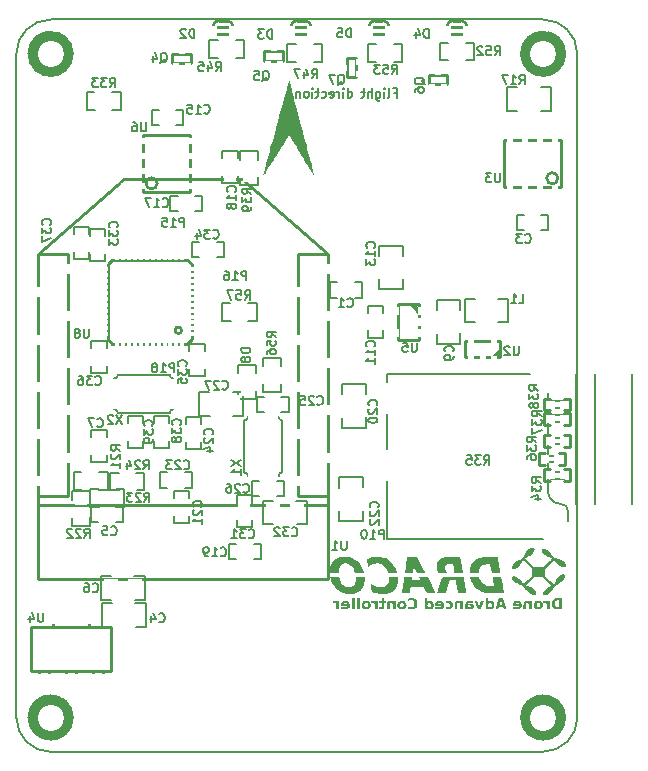
<source format=gbr>
G04 (created by PCBNEW (2013-may-18)-stable) date Ne 10. listopad 2013, 11:38:45 CET*
%MOIN*%
G04 Gerber Fmt 3.4, Leading zero omitted, Abs format*
%FSLAX34Y34*%
G01*
G70*
G90*
G04 APERTURE LIST*
%ADD10C,0.00590551*%
%ADD11C,0.00757874*%
%ADD12C,0.0001*%
%ADD13C,0.00787402*%
%ADD14C,0.0590551*%
%ADD15C,0.00984252*%
%ADD16C,0.008*%
%ADD17C,0.005*%
%ADD18C,0.00748031*%
%ADD19R,0.0394X0.0354*%
%ADD20C,0.0866142*%
%ADD21C,0.0708661*%
%ADD22R,0.0708661X0.0787*%
%ADD23R,0.0669X0.0334*%
%ADD24R,0.0394X0.0272*%
%ADD25C,0.0393701*%
%ADD26R,0.0512X0.0709*%
%ADD27R,0.1496X0.0709*%
%ADD28R,0.0236X0.0394*%
%ADD29R,0.0236X0.0787*%
%ADD30R,0.0787X0.0236*%
%ADD31R,0.0472X0.059*%
%ADD32R,0.0354X0.0394*%
%ADD33R,0.059X0.0314*%
%ADD34R,0.0551X0.0708*%
%ADD35R,0.0748X0.0551*%
%ADD36R,0.0118X0.0512*%
%ADD37R,0.0512X0.0118*%
%ADD38R,0.0590551X0.0393701*%
%ADD39R,0.0998882X0.0723291*%
%ADD40R,0.0723291X0.0998882*%
%ADD41R,0.0473X0.059*%
%ADD42R,0.059X0.0472*%
%ADD43R,0.059X0.0473*%
%ADD44C,0.019685*%
%ADD45R,0.0315X0.0275*%
%ADD46R,0.019685X0.023622*%
%ADD47R,0.023622X0.019685*%
G04 APERTURE END LIST*
G54D10*
G54D11*
X12387Y21768D02*
X12488Y21768D01*
X12488Y21609D02*
X12488Y21912D01*
X12344Y21912D01*
X12185Y21609D02*
X12214Y21624D01*
X12229Y21652D01*
X12229Y21912D01*
X12070Y21609D02*
X12070Y21811D01*
X12070Y21912D02*
X12084Y21898D01*
X12070Y21883D01*
X12055Y21898D01*
X12070Y21912D01*
X12070Y21883D01*
X11795Y21811D02*
X11795Y21566D01*
X11810Y21537D01*
X11824Y21522D01*
X11853Y21508D01*
X11896Y21508D01*
X11925Y21522D01*
X11795Y21624D02*
X11824Y21609D01*
X11882Y21609D01*
X11911Y21624D01*
X11925Y21638D01*
X11940Y21667D01*
X11940Y21753D01*
X11925Y21782D01*
X11911Y21797D01*
X11882Y21811D01*
X11824Y21811D01*
X11795Y21797D01*
X11651Y21609D02*
X11651Y21912D01*
X11521Y21609D02*
X11521Y21768D01*
X11536Y21797D01*
X11564Y21811D01*
X11608Y21811D01*
X11637Y21797D01*
X11651Y21782D01*
X11420Y21811D02*
X11305Y21811D01*
X11377Y21912D02*
X11377Y21652D01*
X11362Y21624D01*
X11333Y21609D01*
X11305Y21609D01*
X10843Y21609D02*
X10843Y21912D01*
X10843Y21624D02*
X10872Y21609D01*
X10929Y21609D01*
X10958Y21624D01*
X10973Y21638D01*
X10987Y21667D01*
X10987Y21753D01*
X10973Y21782D01*
X10958Y21797D01*
X10929Y21811D01*
X10872Y21811D01*
X10843Y21797D01*
X10698Y21609D02*
X10698Y21811D01*
X10698Y21912D02*
X10713Y21898D01*
X10698Y21883D01*
X10684Y21898D01*
X10698Y21912D01*
X10698Y21883D01*
X10554Y21609D02*
X10554Y21811D01*
X10554Y21753D02*
X10540Y21782D01*
X10525Y21797D01*
X10496Y21811D01*
X10467Y21811D01*
X10251Y21624D02*
X10280Y21609D01*
X10337Y21609D01*
X10366Y21624D01*
X10381Y21652D01*
X10381Y21768D01*
X10366Y21797D01*
X10337Y21811D01*
X10280Y21811D01*
X10251Y21797D01*
X10236Y21768D01*
X10236Y21739D01*
X10381Y21710D01*
X9977Y21624D02*
X10005Y21609D01*
X10063Y21609D01*
X10092Y21624D01*
X10106Y21638D01*
X10121Y21667D01*
X10121Y21753D01*
X10106Y21782D01*
X10092Y21797D01*
X10063Y21811D01*
X10005Y21811D01*
X9977Y21797D01*
X9890Y21811D02*
X9774Y21811D01*
X9847Y21912D02*
X9847Y21652D01*
X9832Y21624D01*
X9803Y21609D01*
X9774Y21609D01*
X9673Y21609D02*
X9673Y21811D01*
X9673Y21912D02*
X9688Y21898D01*
X9673Y21883D01*
X9659Y21898D01*
X9673Y21912D01*
X9673Y21883D01*
X9486Y21609D02*
X9515Y21624D01*
X9529Y21638D01*
X9543Y21667D01*
X9543Y21753D01*
X9529Y21782D01*
X9515Y21797D01*
X9486Y21811D01*
X9442Y21811D01*
X9414Y21797D01*
X9399Y21782D01*
X9385Y21753D01*
X9385Y21667D01*
X9399Y21638D01*
X9414Y21624D01*
X9442Y21609D01*
X9486Y21609D01*
X9255Y21811D02*
X9255Y21609D01*
X9255Y21782D02*
X9240Y21797D01*
X9211Y21811D01*
X9168Y21811D01*
X9139Y21797D01*
X9125Y21768D01*
X9125Y21609D01*
G54D10*
X-196Y944D02*
G75*
G03X944Y-196I1141J0D01*
G74*
G01*
X944Y24212D02*
X17362Y24212D01*
X-196Y944D02*
X-196Y23070D01*
X17362Y-196D02*
X944Y-196D01*
X18503Y23070D02*
X18503Y944D01*
X17362Y-196D02*
G75*
G03X18503Y944I0J1141D01*
G74*
G01*
X944Y24212D02*
G75*
G03X-196Y23070I0J-1141D01*
G74*
G01*
X18503Y23070D02*
G75*
G03X17362Y24212I-1141J0D01*
G74*
G01*
G54D12*
G36*
X9723Y19050D02*
X9722Y19047D01*
X9721Y19045D01*
X9721Y19045D01*
X9711Y19038D01*
X9706Y19037D01*
X9703Y19042D01*
X9693Y19058D01*
X9677Y19084D01*
X9656Y19118D01*
X9630Y19161D01*
X9599Y19212D01*
X9564Y19269D01*
X9526Y19333D01*
X9484Y19403D01*
X9439Y19477D01*
X9392Y19556D01*
X9342Y19639D01*
X9304Y19703D01*
X9253Y19788D01*
X9204Y19869D01*
X9157Y19947D01*
X9113Y20021D01*
X9072Y20089D01*
X9034Y20151D01*
X9000Y20207D01*
X8970Y20256D01*
X8945Y20297D01*
X8926Y20329D01*
X8911Y20353D01*
X8903Y20366D01*
X8900Y20369D01*
X8897Y20364D01*
X8887Y20348D01*
X8871Y20323D01*
X8849Y20289D01*
X8822Y20246D01*
X8791Y20196D01*
X8755Y20139D01*
X8715Y20076D01*
X8672Y20007D01*
X8625Y19933D01*
X8576Y19855D01*
X8525Y19773D01*
X8481Y19703D01*
X8428Y19619D01*
X8378Y19537D01*
X8329Y19460D01*
X8283Y19387D01*
X8241Y19319D01*
X8202Y19257D01*
X8167Y19201D01*
X8136Y19152D01*
X8110Y19111D01*
X8090Y19078D01*
X8075Y19055D01*
X8066Y19041D01*
X8063Y19037D01*
X8057Y19039D01*
X8051Y19041D01*
X8041Y19047D01*
X8039Y19052D01*
X8041Y19058D01*
X8046Y19077D01*
X8054Y19107D01*
X8065Y19148D01*
X8079Y19199D01*
X8095Y19260D01*
X8114Y19330D01*
X8136Y19409D01*
X8160Y19497D01*
X8186Y19592D01*
X8213Y19694D01*
X8243Y19802D01*
X8274Y19917D01*
X8307Y20037D01*
X8342Y20163D01*
X8377Y20293D01*
X8414Y20426D01*
X8451Y20564D01*
X8469Y20628D01*
X8518Y20807D01*
X8565Y20976D01*
X8608Y21135D01*
X8649Y21284D01*
X8687Y21421D01*
X8722Y21548D01*
X8754Y21663D01*
X8783Y21768D01*
X8809Y21861D01*
X8832Y21942D01*
X8852Y22012D01*
X8869Y22071D01*
X8882Y22118D01*
X8891Y22152D01*
X8898Y22175D01*
X8902Y22185D01*
X8903Y22185D01*
X8905Y22178D01*
X8910Y22159D01*
X8918Y22129D01*
X8929Y22088D01*
X8943Y22036D01*
X8959Y21974D01*
X8978Y21904D01*
X8999Y21824D01*
X9023Y21737D01*
X9048Y21641D01*
X9075Y21539D01*
X9104Y21430D01*
X9134Y21315D01*
X9166Y21194D01*
X9199Y21068D01*
X9234Y20938D01*
X9269Y20804D01*
X9306Y20667D01*
X9320Y20613D01*
X9363Y20449D01*
X9404Y20296D01*
X9441Y20154D01*
X9476Y20023D01*
X9507Y19903D01*
X9536Y19794D01*
X9563Y19694D01*
X9586Y19603D01*
X9608Y19521D01*
X9627Y19448D01*
X9644Y19382D01*
X9659Y19324D01*
X9672Y19273D01*
X9683Y19229D01*
X9693Y19191D01*
X9701Y19158D01*
X9707Y19131D01*
X9712Y19108D01*
X9716Y19090D01*
X9719Y19075D01*
X9721Y19064D01*
X9722Y19056D01*
X9723Y19050D01*
X9723Y19050D01*
X9723Y19050D01*
G37*
G36*
X17051Y4706D02*
X17051Y4673D01*
X17055Y4647D01*
X17063Y4625D01*
X17077Y4605D01*
X17088Y4593D01*
X17112Y4572D01*
X17134Y4562D01*
X17142Y4560D01*
X17142Y4693D01*
X17143Y4717D01*
X17149Y4739D01*
X17159Y4757D01*
X17172Y4770D01*
X17173Y4770D01*
X17193Y4776D01*
X17214Y4775D01*
X17232Y4766D01*
X17246Y4752D01*
X17248Y4749D01*
X17255Y4727D01*
X17258Y4702D01*
X17257Y4677D01*
X17251Y4654D01*
X17242Y4636D01*
X17235Y4629D01*
X17218Y4619D01*
X17198Y4617D01*
X17178Y4621D01*
X17163Y4631D01*
X17152Y4648D01*
X17144Y4669D01*
X17142Y4693D01*
X17142Y4560D01*
X17156Y4556D01*
X17183Y4553D01*
X17210Y4552D01*
X17233Y4553D01*
X17239Y4554D01*
X17271Y4565D01*
X17300Y4581D01*
X17323Y4602D01*
X17336Y4622D01*
X17347Y4652D01*
X17351Y4684D01*
X17350Y4718D01*
X17343Y4749D01*
X17331Y4778D01*
X17313Y4801D01*
X17310Y4804D01*
X17288Y4820D01*
X17265Y4831D01*
X17237Y4837D01*
X17210Y4839D01*
X17170Y4838D01*
X17135Y4831D01*
X17107Y4817D01*
X17083Y4796D01*
X17066Y4772D01*
X17059Y4759D01*
X17055Y4746D01*
X17052Y4732D01*
X17051Y4712D01*
X17051Y4706D01*
X17051Y4706D01*
X17051Y4706D01*
G37*
G36*
X16350Y4672D02*
X16441Y4672D01*
X16441Y4731D01*
X16443Y4738D01*
X16447Y4750D01*
X16448Y4751D01*
X16459Y4767D01*
X16474Y4777D01*
X16492Y4780D01*
X16511Y4778D01*
X16529Y4771D01*
X16543Y4757D01*
X16548Y4747D01*
X16553Y4736D01*
X16555Y4730D01*
X16555Y4729D01*
X16551Y4728D01*
X16539Y4727D01*
X16522Y4727D01*
X16501Y4727D01*
X16498Y4727D01*
X16473Y4727D01*
X16454Y4728D01*
X16444Y4730D01*
X16441Y4731D01*
X16441Y4672D01*
X16452Y4672D01*
X16487Y4672D01*
X16513Y4672D01*
X16532Y4671D01*
X16545Y4670D01*
X16552Y4667D01*
X16555Y4664D01*
X16555Y4658D01*
X16551Y4651D01*
X16548Y4645D01*
X16537Y4629D01*
X16521Y4619D01*
X16499Y4614D01*
X16478Y4613D01*
X16439Y4616D01*
X16405Y4626D01*
X16383Y4636D01*
X16364Y4645D01*
X16364Y4610D01*
X16364Y4574D01*
X16388Y4566D01*
X16433Y4556D01*
X16477Y4551D01*
X16519Y4553D01*
X16537Y4556D01*
X16572Y4567D01*
X16600Y4585D01*
X16622Y4609D01*
X16637Y4638D01*
X16644Y4674D01*
X16646Y4698D01*
X16642Y4735D01*
X16631Y4767D01*
X16613Y4794D01*
X16587Y4816D01*
X16569Y4826D01*
X16556Y4832D01*
X16544Y4835D01*
X16530Y4837D01*
X16512Y4838D01*
X16496Y4838D01*
X16465Y4837D01*
X16441Y4833D01*
X16421Y4825D01*
X16403Y4814D01*
X16390Y4801D01*
X16371Y4778D01*
X16359Y4752D01*
X16353Y4721D01*
X16352Y4708D01*
X16350Y4672D01*
X16350Y4672D01*
X16350Y4672D01*
G37*
G36*
X15443Y4559D02*
X15488Y4559D01*
X15533Y4559D01*
X15533Y4578D01*
X15533Y4597D01*
X15535Y4596D01*
X15535Y4684D01*
X15535Y4708D01*
X15539Y4731D01*
X15545Y4750D01*
X15556Y4762D01*
X15572Y4772D01*
X15589Y4776D01*
X15593Y4777D01*
X15609Y4773D01*
X15625Y4763D01*
X15636Y4751D01*
X15641Y4738D01*
X15645Y4719D01*
X15646Y4697D01*
X15646Y4676D01*
X15643Y4659D01*
X15643Y4657D01*
X15633Y4639D01*
X15618Y4625D01*
X15600Y4618D01*
X15581Y4618D01*
X15564Y4624D01*
X15556Y4631D01*
X15547Y4643D01*
X15539Y4659D01*
X15538Y4663D01*
X15535Y4684D01*
X15535Y4596D01*
X15551Y4580D01*
X15575Y4562D01*
X15603Y4553D01*
X15634Y4551D01*
X15651Y4554D01*
X15677Y4565D01*
X15698Y4582D01*
X15716Y4605D01*
X15729Y4632D01*
X15737Y4663D01*
X15741Y4694D01*
X15739Y4726D01*
X15731Y4757D01*
X15717Y4785D01*
X15705Y4802D01*
X15682Y4822D01*
X15658Y4835D01*
X15630Y4840D01*
X15623Y4840D01*
X15596Y4838D01*
X15573Y4829D01*
X15551Y4814D01*
X15550Y4813D01*
X15533Y4798D01*
X15533Y4869D01*
X15533Y4940D01*
X15488Y4940D01*
X15443Y4940D01*
X15443Y4749D01*
X15443Y4559D01*
X15443Y4559D01*
X15443Y4559D01*
G37*
G36*
X14770Y4559D02*
X14816Y4559D01*
X14862Y4559D01*
X14862Y4577D01*
X14862Y4596D01*
X14862Y4675D01*
X14862Y4676D01*
X14866Y4679D01*
X14876Y4681D01*
X14891Y4681D01*
X14908Y4681D01*
X14924Y4679D01*
X14938Y4677D01*
X14943Y4675D01*
X14955Y4666D01*
X14961Y4653D01*
X14961Y4642D01*
X14957Y4629D01*
X14947Y4619D01*
X14932Y4614D01*
X14915Y4613D01*
X14898Y4617D01*
X14885Y4625D01*
X14873Y4639D01*
X14865Y4657D01*
X14862Y4675D01*
X14862Y4596D01*
X14882Y4578D01*
X14908Y4560D01*
X14937Y4552D01*
X14969Y4552D01*
X14983Y4554D01*
X15008Y4564D01*
X15028Y4581D01*
X15043Y4602D01*
X15051Y4627D01*
X15052Y4654D01*
X15044Y4681D01*
X15043Y4684D01*
X15030Y4703D01*
X15010Y4717D01*
X14984Y4727D01*
X14951Y4733D01*
X14910Y4736D01*
X14904Y4736D01*
X14861Y4736D01*
X14864Y4748D01*
X14868Y4759D01*
X14871Y4766D01*
X14882Y4773D01*
X14900Y4778D01*
X14922Y4780D01*
X14946Y4780D01*
X14972Y4777D01*
X14995Y4771D01*
X15006Y4768D01*
X15029Y4759D01*
X15029Y4792D01*
X15029Y4826D01*
X15012Y4831D01*
X15001Y4833D01*
X14984Y4835D01*
X14962Y4837D01*
X14938Y4839D01*
X14936Y4839D01*
X14900Y4839D01*
X14870Y4838D01*
X14847Y4833D01*
X14827Y4825D01*
X14810Y4813D01*
X14809Y4812D01*
X14798Y4802D01*
X14790Y4792D01*
X14784Y4780D01*
X14779Y4766D01*
X14776Y4748D01*
X14774Y4724D01*
X14772Y4694D01*
X14771Y4657D01*
X14770Y4559D01*
X14770Y4559D01*
X14770Y4559D01*
G37*
G36*
X14109Y4789D02*
X14109Y4773D01*
X14110Y4761D01*
X14112Y4755D01*
X14112Y4755D01*
X14146Y4769D01*
X14177Y4775D01*
X14203Y4774D01*
X14221Y4767D01*
X14240Y4754D01*
X14251Y4736D01*
X14257Y4713D01*
X14258Y4695D01*
X14255Y4668D01*
X14247Y4648D01*
X14231Y4631D01*
X14226Y4628D01*
X14209Y4621D01*
X14186Y4618D01*
X14163Y4619D01*
X14140Y4624D01*
X14132Y4627D01*
X14120Y4632D01*
X14112Y4635D01*
X14110Y4636D01*
X14110Y4632D01*
X14109Y4621D01*
X14110Y4605D01*
X14110Y4601D01*
X14111Y4566D01*
X14132Y4560D01*
X14155Y4555D01*
X14181Y4552D01*
X14209Y4552D01*
X14233Y4554D01*
X14236Y4554D01*
X14270Y4564D01*
X14300Y4581D01*
X14324Y4604D01*
X14341Y4631D01*
X14346Y4643D01*
X14349Y4657D01*
X14350Y4674D01*
X14351Y4697D01*
X14350Y4719D01*
X14349Y4735D01*
X14347Y4746D01*
X14343Y4757D01*
X14338Y4766D01*
X14318Y4794D01*
X14292Y4817D01*
X14272Y4828D01*
X14261Y4832D01*
X14249Y4835D01*
X14234Y4837D01*
X14214Y4837D01*
X14196Y4838D01*
X14168Y4837D01*
X14145Y4835D01*
X14129Y4833D01*
X14126Y4832D01*
X14109Y4826D01*
X14109Y4789D01*
X14109Y4789D01*
X14109Y4789D01*
G37*
G36*
X13758Y4672D02*
X13850Y4672D01*
X13850Y4731D01*
X13853Y4745D01*
X13862Y4759D01*
X13872Y4771D01*
X13877Y4774D01*
X13898Y4780D01*
X13919Y4779D01*
X13938Y4770D01*
X13953Y4754D01*
X13961Y4737D01*
X13962Y4733D01*
X13961Y4730D01*
X13957Y4728D01*
X13948Y4727D01*
X13933Y4727D01*
X13911Y4727D01*
X13907Y4727D01*
X13881Y4727D01*
X13863Y4728D01*
X13852Y4730D01*
X13850Y4731D01*
X13850Y4672D01*
X13861Y4672D01*
X13965Y4672D01*
X13962Y4660D01*
X13954Y4640D01*
X13943Y4627D01*
X13927Y4618D01*
X13904Y4614D01*
X13875Y4614D01*
X13853Y4616D01*
X13835Y4618D01*
X13819Y4623D01*
X13804Y4630D01*
X13773Y4644D01*
X13773Y4609D01*
X13773Y4574D01*
X13797Y4566D01*
X13846Y4555D01*
X13893Y4551D01*
X13936Y4554D01*
X13945Y4556D01*
X13981Y4567D01*
X14009Y4585D01*
X14030Y4608D01*
X14045Y4637D01*
X14052Y4672D01*
X14053Y4684D01*
X14053Y4720D01*
X14047Y4749D01*
X14035Y4775D01*
X14020Y4795D01*
X14000Y4813D01*
X13980Y4826D01*
X13957Y4833D01*
X13928Y4837D01*
X13904Y4838D01*
X13874Y4837D01*
X13850Y4833D01*
X13830Y4825D01*
X13812Y4814D01*
X13798Y4801D01*
X13780Y4778D01*
X13768Y4752D01*
X13761Y4721D01*
X13760Y4707D01*
X13758Y4672D01*
X13758Y4672D01*
X13758Y4672D01*
G37*
G36*
X13414Y4559D02*
X13460Y4559D01*
X13505Y4559D01*
X13505Y4577D01*
X13505Y4596D01*
X13508Y4593D01*
X13508Y4699D01*
X13511Y4729D01*
X13519Y4751D01*
X13533Y4766D01*
X13552Y4773D01*
X13564Y4774D01*
X13585Y4771D01*
X13601Y4761D01*
X13611Y4744D01*
X13617Y4719D01*
X13618Y4695D01*
X13616Y4665D01*
X13609Y4643D01*
X13597Y4628D01*
X13579Y4620D01*
X13561Y4618D01*
X13541Y4621D01*
X13531Y4627D01*
X13518Y4642D01*
X13511Y4666D01*
X13508Y4696D01*
X13508Y4699D01*
X13508Y4593D01*
X13525Y4578D01*
X13550Y4561D01*
X13578Y4552D01*
X13606Y4550D01*
X13623Y4554D01*
X13652Y4567D01*
X13676Y4588D01*
X13695Y4614D01*
X13703Y4633D01*
X13709Y4656D01*
X13712Y4683D01*
X13711Y4712D01*
X13709Y4739D01*
X13703Y4760D01*
X13702Y4764D01*
X13686Y4792D01*
X13668Y4812D01*
X13647Y4827D01*
X13644Y4829D01*
X13615Y4838D01*
X13585Y4840D01*
X13555Y4832D01*
X13527Y4817D01*
X13520Y4811D01*
X13505Y4798D01*
X13505Y4869D01*
X13505Y4940D01*
X13460Y4940D01*
X13414Y4940D01*
X13414Y4749D01*
X13414Y4559D01*
X13414Y4559D01*
X13414Y4559D01*
G37*
G36*
X12860Y4578D02*
X12884Y4568D01*
X12928Y4556D01*
X12972Y4551D01*
X13017Y4554D01*
X13024Y4555D01*
X13061Y4565D01*
X13095Y4583D01*
X13125Y4608D01*
X13149Y4639D01*
X13159Y4658D01*
X13164Y4669D01*
X13168Y4680D01*
X13170Y4692D01*
X13171Y4707D01*
X13171Y4727D01*
X13171Y4740D01*
X13171Y4766D01*
X13170Y4785D01*
X13168Y4799D01*
X13165Y4812D01*
X13161Y4823D01*
X13143Y4855D01*
X13117Y4883D01*
X13085Y4906D01*
X13076Y4911D01*
X13059Y4919D01*
X13046Y4924D01*
X13032Y4927D01*
X13015Y4929D01*
X12994Y4930D01*
X12952Y4930D01*
X12918Y4926D01*
X12888Y4917D01*
X12877Y4912D01*
X12860Y4903D01*
X12860Y4867D01*
X12860Y4850D01*
X12861Y4838D01*
X12862Y4831D01*
X12862Y4831D01*
X12867Y4833D01*
X12877Y4838D01*
X12892Y4844D01*
X12895Y4846D01*
X12912Y4853D01*
X12927Y4858D01*
X12942Y4860D01*
X12962Y4860D01*
X12965Y4861D01*
X12985Y4860D01*
X13000Y4859D01*
X13012Y4855D01*
X13023Y4850D01*
X13045Y4833D01*
X13060Y4810D01*
X13070Y4783D01*
X13073Y4748D01*
X13073Y4731D01*
X13069Y4698D01*
X13060Y4672D01*
X13045Y4651D01*
X13027Y4637D01*
X13018Y4631D01*
X13009Y4627D01*
X12997Y4625D01*
X12982Y4625D01*
X12965Y4625D01*
X12947Y4625D01*
X12933Y4625D01*
X12920Y4628D01*
X12907Y4632D01*
X12892Y4639D01*
X12871Y4649D01*
X12864Y4653D01*
X12862Y4650D01*
X12861Y4639D01*
X12860Y4624D01*
X12860Y4616D01*
X12860Y4578D01*
X12860Y4578D01*
X12860Y4578D01*
G37*
G36*
X12507Y4705D02*
X12507Y4671D01*
X12513Y4642D01*
X12524Y4618D01*
X12542Y4596D01*
X12545Y4592D01*
X12569Y4572D01*
X12590Y4562D01*
X12600Y4559D01*
X12600Y4695D01*
X12602Y4726D01*
X12610Y4750D01*
X12623Y4766D01*
X12641Y4775D01*
X12656Y4777D01*
X12677Y4773D01*
X12694Y4761D01*
X12706Y4742D01*
X12714Y4718D01*
X12715Y4699D01*
X12712Y4668D01*
X12705Y4645D01*
X12691Y4628D01*
X12673Y4620D01*
X12657Y4618D01*
X12641Y4619D01*
X12628Y4623D01*
X12625Y4625D01*
X12612Y4638D01*
X12604Y4657D01*
X12600Y4682D01*
X12600Y4695D01*
X12600Y4559D01*
X12618Y4555D01*
X12649Y4552D01*
X12680Y4552D01*
X12701Y4556D01*
X12727Y4563D01*
X12747Y4574D01*
X12766Y4589D01*
X12770Y4593D01*
X12790Y4619D01*
X12802Y4649D01*
X12809Y4682D01*
X12808Y4715D01*
X12801Y4746D01*
X12788Y4776D01*
X12769Y4801D01*
X12755Y4813D01*
X12727Y4828D01*
X12694Y4837D01*
X12656Y4840D01*
X12616Y4837D01*
X12582Y4827D01*
X12553Y4810D01*
X12532Y4787D01*
X12517Y4758D01*
X12508Y4723D01*
X12507Y4705D01*
X12507Y4705D01*
X12507Y4705D01*
G37*
G36*
X11313Y4673D02*
X11317Y4647D01*
X11325Y4625D01*
X11339Y4605D01*
X11350Y4593D01*
X11375Y4572D01*
X11396Y4562D01*
X11404Y4560D01*
X11404Y4693D01*
X11406Y4717D01*
X11411Y4739D01*
X11421Y4757D01*
X11434Y4770D01*
X11435Y4770D01*
X11455Y4776D01*
X11476Y4775D01*
X11494Y4766D01*
X11508Y4752D01*
X11510Y4749D01*
X11518Y4727D01*
X11521Y4702D01*
X11519Y4677D01*
X11513Y4654D01*
X11504Y4636D01*
X11497Y4629D01*
X11480Y4619D01*
X11460Y4617D01*
X11441Y4621D01*
X11426Y4631D01*
X11414Y4648D01*
X11407Y4669D01*
X11404Y4693D01*
X11404Y4560D01*
X11419Y4556D01*
X11445Y4553D01*
X11472Y4552D01*
X11495Y4553D01*
X11501Y4554D01*
X11533Y4565D01*
X11562Y4581D01*
X11585Y4602D01*
X11598Y4622D01*
X11609Y4652D01*
X11614Y4684D01*
X11613Y4718D01*
X11606Y4749D01*
X11593Y4778D01*
X11576Y4801D01*
X11572Y4804D01*
X11550Y4820D01*
X11527Y4831D01*
X11499Y4837D01*
X11473Y4839D01*
X11432Y4838D01*
X11398Y4831D01*
X11369Y4817D01*
X11345Y4796D01*
X11329Y4772D01*
X11322Y4759D01*
X11317Y4746D01*
X11315Y4732D01*
X11313Y4712D01*
X11313Y4706D01*
X11313Y4673D01*
X11313Y4673D01*
X11313Y4673D01*
G37*
G36*
X10627Y4672D02*
X10717Y4672D01*
X10717Y4734D01*
X10722Y4750D01*
X10732Y4764D01*
X10748Y4775D01*
X10765Y4781D01*
X10769Y4781D01*
X10792Y4778D01*
X10809Y4767D01*
X10822Y4748D01*
X10826Y4738D01*
X10831Y4727D01*
X10774Y4727D01*
X10750Y4727D01*
X10734Y4727D01*
X10724Y4729D01*
X10719Y4730D01*
X10717Y4733D01*
X10717Y4734D01*
X10717Y4672D01*
X10729Y4672D01*
X10766Y4672D01*
X10794Y4672D01*
X10814Y4671D01*
X10826Y4669D01*
X10831Y4668D01*
X10831Y4667D01*
X10828Y4655D01*
X10820Y4641D01*
X10810Y4628D01*
X10802Y4622D01*
X10791Y4617D01*
X10777Y4614D01*
X10757Y4613D01*
X10751Y4613D01*
X10727Y4615D01*
X10704Y4619D01*
X10678Y4626D01*
X10648Y4638D01*
X10644Y4639D01*
X10642Y4636D01*
X10641Y4628D01*
X10640Y4613D01*
X10640Y4608D01*
X10640Y4574D01*
X10664Y4566D01*
X10710Y4555D01*
X10755Y4551D01*
X10796Y4553D01*
X10808Y4555D01*
X10843Y4565D01*
X10872Y4583D01*
X10895Y4607D01*
X10911Y4636D01*
X10920Y4671D01*
X10922Y4697D01*
X10918Y4733D01*
X10907Y4766D01*
X10888Y4793D01*
X10864Y4815D01*
X10843Y4827D01*
X10816Y4835D01*
X10784Y4839D01*
X10751Y4839D01*
X10721Y4834D01*
X10711Y4831D01*
X10681Y4815D01*
X10657Y4793D01*
X10640Y4765D01*
X10629Y4732D01*
X10627Y4701D01*
X10627Y4672D01*
X10627Y4672D01*
X10627Y4672D01*
G37*
G36*
X17651Y4742D02*
X17651Y4719D01*
X17652Y4701D01*
X17654Y4689D01*
X17657Y4677D01*
X17662Y4665D01*
X17664Y4660D01*
X17682Y4631D01*
X17706Y4605D01*
X17734Y4584D01*
X17740Y4581D01*
X17748Y4578D01*
X17748Y4743D01*
X17751Y4776D01*
X17760Y4803D01*
X17775Y4823D01*
X17797Y4838D01*
X17827Y4848D01*
X17861Y4853D01*
X17899Y4855D01*
X17899Y4743D01*
X17899Y4630D01*
X17859Y4632D01*
X17831Y4635D01*
X17810Y4640D01*
X17801Y4644D01*
X17778Y4660D01*
X17762Y4680D01*
X17752Y4705D01*
X17748Y4737D01*
X17748Y4743D01*
X17748Y4578D01*
X17760Y4573D01*
X17784Y4567D01*
X17815Y4563D01*
X17852Y4560D01*
X17897Y4559D01*
X17911Y4559D01*
X17994Y4559D01*
X17994Y4743D01*
X17994Y4928D01*
X17895Y4925D01*
X17859Y4924D01*
X17830Y4923D01*
X17807Y4921D01*
X17790Y4919D01*
X17777Y4917D01*
X17772Y4915D01*
X17734Y4899D01*
X17703Y4878D01*
X17679Y4850D01*
X17663Y4823D01*
X17658Y4811D01*
X17655Y4800D01*
X17653Y4788D01*
X17652Y4772D01*
X17651Y4750D01*
X17651Y4742D01*
X17651Y4742D01*
X17651Y4742D01*
G37*
G36*
X17373Y4778D02*
X17373Y4767D01*
X17374Y4761D01*
X17377Y4760D01*
X17380Y4761D01*
X17389Y4763D01*
X17403Y4765D01*
X17415Y4766D01*
X17440Y4765D01*
X17460Y4757D01*
X17474Y4743D01*
X17481Y4730D01*
X17485Y4721D01*
X17487Y4712D01*
X17489Y4699D01*
X17490Y4683D01*
X17490Y4660D01*
X17490Y4635D01*
X17490Y4559D01*
X17536Y4559D01*
X17581Y4559D01*
X17581Y4697D01*
X17581Y4836D01*
X17536Y4836D01*
X17490Y4836D01*
X17490Y4815D01*
X17490Y4795D01*
X17472Y4813D01*
X17451Y4829D01*
X17426Y4838D01*
X17398Y4839D01*
X17397Y4839D01*
X17374Y4838D01*
X17373Y4798D01*
X17373Y4778D01*
X17373Y4778D01*
X17373Y4778D01*
G37*
G36*
X16704Y4559D02*
X16750Y4559D01*
X16796Y4559D01*
X16796Y4635D01*
X16796Y4674D01*
X16798Y4705D01*
X16800Y4729D01*
X16804Y4747D01*
X16809Y4759D01*
X16817Y4767D01*
X16826Y4771D01*
X16839Y4772D01*
X16840Y4772D01*
X16860Y4768D01*
X16875Y4757D01*
X16887Y4739D01*
X16890Y4730D01*
X16892Y4721D01*
X16894Y4709D01*
X16895Y4692D01*
X16895Y4669D01*
X16895Y4639D01*
X16895Y4559D01*
X16941Y4559D01*
X16986Y4559D01*
X16986Y4697D01*
X16986Y4836D01*
X16941Y4836D01*
X16895Y4836D01*
X16895Y4817D01*
X16895Y4798D01*
X16881Y4811D01*
X16856Y4827D01*
X16828Y4837D01*
X16799Y4841D01*
X16772Y4837D01*
X16762Y4834D01*
X16746Y4823D01*
X16730Y4807D01*
X16718Y4788D01*
X16714Y4778D01*
X16712Y4768D01*
X16710Y4751D01*
X16709Y4727D01*
X16707Y4699D01*
X16706Y4668D01*
X16706Y4660D01*
X16704Y4559D01*
X16704Y4559D01*
X16704Y4559D01*
G37*
G36*
X15766Y4563D02*
X15769Y4561D01*
X15775Y4559D01*
X15787Y4559D01*
X15807Y4560D01*
X15813Y4560D01*
X15862Y4561D01*
X15873Y4594D01*
X15884Y4627D01*
X15910Y4627D01*
X15910Y4698D01*
X15912Y4704D01*
X15916Y4716D01*
X15921Y4733D01*
X15929Y4755D01*
X15934Y4769D01*
X15957Y4837D01*
X15981Y4767D01*
X15989Y4743D01*
X15996Y4723D01*
X16002Y4708D01*
X16005Y4698D01*
X16005Y4696D01*
X16001Y4695D01*
X15990Y4695D01*
X15973Y4695D01*
X15958Y4695D01*
X15938Y4695D01*
X15923Y4696D01*
X15913Y4697D01*
X15910Y4698D01*
X15910Y4627D01*
X15957Y4626D01*
X16031Y4625D01*
X16042Y4592D01*
X16053Y4559D01*
X16102Y4559D01*
X16151Y4559D01*
X16146Y4571D01*
X16143Y4578D01*
X16138Y4593D01*
X16130Y4613D01*
X16120Y4640D01*
X16109Y4671D01*
X16096Y4705D01*
X16082Y4742D01*
X16081Y4747D01*
X16067Y4784D01*
X16054Y4818D01*
X16043Y4849D01*
X16033Y4875D01*
X16025Y4896D01*
X16020Y4911D01*
X16017Y4918D01*
X16017Y4919D01*
X16015Y4922D01*
X16010Y4924D01*
X16002Y4925D01*
X15989Y4926D01*
X15968Y4926D01*
X15956Y4925D01*
X15899Y4924D01*
X15834Y4749D01*
X15820Y4711D01*
X15807Y4676D01*
X15795Y4644D01*
X15785Y4616D01*
X15777Y4593D01*
X15771Y4577D01*
X15767Y4568D01*
X15767Y4566D01*
X15766Y4563D01*
X15766Y4563D01*
X15766Y4563D01*
G37*
G36*
X15080Y4833D02*
X15134Y4697D01*
X15187Y4561D01*
X15237Y4560D01*
X15287Y4558D01*
X15340Y4694D01*
X15353Y4727D01*
X15364Y4757D01*
X15375Y4784D01*
X15383Y4805D01*
X15389Y4821D01*
X15392Y4831D01*
X15393Y4832D01*
X15388Y4834D01*
X15377Y4835D01*
X15361Y4835D01*
X15349Y4835D01*
X15305Y4833D01*
X15274Y4747D01*
X15264Y4720D01*
X15256Y4696D01*
X15248Y4677D01*
X15243Y4662D01*
X15240Y4654D01*
X15240Y4654D01*
X15238Y4656D01*
X15233Y4666D01*
X15226Y4681D01*
X15218Y4703D01*
X15208Y4728D01*
X15204Y4740D01*
X15194Y4767D01*
X15185Y4791D01*
X15178Y4811D01*
X15172Y4826D01*
X15169Y4833D01*
X15169Y4834D01*
X15164Y4835D01*
X15152Y4835D01*
X15135Y4835D01*
X15124Y4835D01*
X15080Y4833D01*
X15080Y4833D01*
X15080Y4833D01*
G37*
G36*
X14411Y4559D02*
X14457Y4559D01*
X14502Y4559D01*
X14504Y4654D01*
X14504Y4685D01*
X14505Y4709D01*
X14505Y4727D01*
X14506Y4739D01*
X14508Y4747D01*
X14510Y4753D01*
X14513Y4757D01*
X14516Y4760D01*
X14530Y4770D01*
X14548Y4772D01*
X14565Y4768D01*
X14581Y4758D01*
X14592Y4744D01*
X14595Y4737D01*
X14597Y4728D01*
X14599Y4715D01*
X14600Y4697D01*
X14601Y4673D01*
X14602Y4644D01*
X14604Y4559D01*
X14649Y4559D01*
X14694Y4559D01*
X14692Y4696D01*
X14691Y4833D01*
X14647Y4835D01*
X14603Y4836D01*
X14603Y4817D01*
X14603Y4798D01*
X14588Y4811D01*
X14560Y4829D01*
X14530Y4838D01*
X14511Y4840D01*
X14483Y4837D01*
X14461Y4829D01*
X14443Y4815D01*
X14434Y4805D01*
X14428Y4795D01*
X14423Y4784D01*
X14419Y4771D01*
X14417Y4754D01*
X14415Y4732D01*
X14414Y4703D01*
X14413Y4667D01*
X14413Y4662D01*
X14411Y4559D01*
X14411Y4559D01*
X14411Y4559D01*
G37*
G36*
X12165Y4559D02*
X12209Y4559D01*
X12252Y4559D01*
X12252Y4621D01*
X12253Y4662D01*
X12254Y4695D01*
X12256Y4720D01*
X12259Y4739D01*
X12262Y4752D01*
X12267Y4761D01*
X12270Y4763D01*
X12284Y4770D01*
X12302Y4772D01*
X12319Y4768D01*
X12324Y4765D01*
X12333Y4757D01*
X12340Y4747D01*
X12345Y4734D01*
X12349Y4716D01*
X12351Y4692D01*
X12352Y4662D01*
X12352Y4639D01*
X12352Y4559D01*
X12397Y4559D01*
X12443Y4559D01*
X12443Y4697D01*
X12443Y4836D01*
X12397Y4836D01*
X12352Y4836D01*
X12352Y4817D01*
X12352Y4799D01*
X12334Y4814D01*
X12308Y4830D01*
X12280Y4838D01*
X12248Y4839D01*
X12220Y4833D01*
X12198Y4820D01*
X12181Y4799D01*
X12177Y4792D01*
X12174Y4786D01*
X12172Y4778D01*
X12170Y4769D01*
X12169Y4756D01*
X12168Y4739D01*
X12167Y4715D01*
X12167Y4684D01*
X12167Y4666D01*
X12165Y4559D01*
X12165Y4559D01*
X12165Y4559D01*
G37*
G36*
X11893Y4772D02*
X11939Y4772D01*
X11984Y4772D01*
X11984Y4705D01*
X11984Y4681D01*
X11983Y4660D01*
X11982Y4643D01*
X11980Y4633D01*
X11980Y4631D01*
X11974Y4627D01*
X11961Y4625D01*
X11941Y4623D01*
X11939Y4623D01*
X11902Y4621D01*
X11902Y4590D01*
X11902Y4559D01*
X11956Y4559D01*
X11986Y4560D01*
X12010Y4562D01*
X12026Y4565D01*
X12027Y4566D01*
X12049Y4578D01*
X12064Y4596D01*
X12070Y4612D01*
X12072Y4622D01*
X12073Y4640D01*
X12074Y4662D01*
X12075Y4688D01*
X12075Y4701D01*
X12075Y4772D01*
X12098Y4772D01*
X12120Y4772D01*
X12120Y4804D01*
X12120Y4836D01*
X12098Y4836D01*
X12075Y4836D01*
X12075Y4874D01*
X12075Y4913D01*
X12029Y4913D01*
X11984Y4913D01*
X11984Y4874D01*
X11984Y4836D01*
X11940Y4835D01*
X11895Y4833D01*
X11894Y4803D01*
X11893Y4772D01*
X11893Y4772D01*
X11893Y4772D01*
G37*
G36*
X11635Y4778D02*
X11635Y4767D01*
X11637Y4761D01*
X11639Y4760D01*
X11642Y4761D01*
X11651Y4763D01*
X11665Y4765D01*
X11678Y4766D01*
X11703Y4765D01*
X11722Y4757D01*
X11737Y4743D01*
X11744Y4730D01*
X11747Y4721D01*
X11749Y4712D01*
X11751Y4699D01*
X11752Y4683D01*
X11752Y4660D01*
X11752Y4635D01*
X11752Y4559D01*
X11798Y4559D01*
X11843Y4559D01*
X11843Y4697D01*
X11843Y4836D01*
X11798Y4836D01*
X11752Y4836D01*
X11752Y4815D01*
X11752Y4795D01*
X11735Y4813D01*
X11713Y4829D01*
X11689Y4838D01*
X11660Y4839D01*
X11659Y4839D01*
X11637Y4838D01*
X11635Y4798D01*
X11635Y4778D01*
X11635Y4778D01*
X11635Y4778D01*
G37*
G36*
X11158Y4559D02*
X11203Y4559D01*
X11249Y4559D01*
X11249Y4749D01*
X11249Y4940D01*
X11203Y4940D01*
X11158Y4940D01*
X11158Y4749D01*
X11158Y4559D01*
X11158Y4559D01*
X11158Y4559D01*
G37*
G36*
X10985Y4559D02*
X11031Y4559D01*
X11076Y4559D01*
X11076Y4749D01*
X11076Y4940D01*
X11031Y4940D01*
X10985Y4940D01*
X10985Y4749D01*
X10985Y4559D01*
X10985Y4559D01*
X10985Y4559D01*
G37*
G36*
X10354Y4799D02*
X10354Y4779D01*
X10355Y4767D01*
X10357Y4762D01*
X10359Y4760D01*
X10362Y4761D01*
X10379Y4765D01*
X10399Y4766D01*
X10419Y4765D01*
X10435Y4760D01*
X10436Y4760D01*
X10447Y4753D01*
X10455Y4744D01*
X10462Y4732D01*
X10466Y4716D01*
X10469Y4695D01*
X10471Y4667D01*
X10471Y4637D01*
X10473Y4559D01*
X10516Y4559D01*
X10559Y4559D01*
X10559Y4697D01*
X10559Y4836D01*
X10515Y4836D01*
X10472Y4836D01*
X10472Y4814D01*
X10472Y4793D01*
X10455Y4809D01*
X10432Y4828D01*
X10406Y4838D01*
X10379Y4840D01*
X10354Y4840D01*
X10354Y4799D01*
X10354Y4799D01*
X10354Y4799D01*
G37*
G36*
X16319Y5613D02*
X16320Y5594D01*
X16327Y5569D01*
X16333Y5552D01*
X16344Y5528D01*
X16358Y5507D01*
X16376Y5488D01*
X16398Y5469D01*
X16425Y5450D01*
X16459Y5432D01*
X16501Y5412D01*
X16545Y5392D01*
X16571Y5380D01*
X16597Y5369D01*
X16619Y5359D01*
X16637Y5351D01*
X16646Y5347D01*
X16690Y5319D01*
X16732Y5284D01*
X16770Y5242D01*
X16771Y5240D01*
X16797Y5210D01*
X16824Y5180D01*
X16852Y5151D01*
X16879Y5125D01*
X16905Y5102D01*
X16928Y5085D01*
X16943Y5075D01*
X16974Y5061D01*
X17005Y5050D01*
X17035Y5041D01*
X17063Y5036D01*
X17086Y5035D01*
X17104Y5038D01*
X17108Y5040D01*
X17122Y5052D01*
X17130Y5070D01*
X17133Y5093D01*
X17131Y5118D01*
X17124Y5146D01*
X17111Y5174D01*
X17107Y5180D01*
X17085Y5210D01*
X17055Y5238D01*
X17018Y5264D01*
X16976Y5287D01*
X16930Y5307D01*
X16880Y5323D01*
X16829Y5334D01*
X16821Y5336D01*
X16804Y5338D01*
X16790Y5341D01*
X16783Y5344D01*
X16783Y5344D01*
X16784Y5347D01*
X16790Y5356D01*
X16803Y5369D01*
X16821Y5388D01*
X16846Y5412D01*
X16877Y5443D01*
X16914Y5479D01*
X16917Y5482D01*
X17058Y5615D01*
X17207Y5615D01*
X17356Y5615D01*
X17499Y5479D01*
X17529Y5451D01*
X17557Y5424D01*
X17582Y5400D01*
X17603Y5379D01*
X17621Y5362D01*
X17633Y5349D01*
X17640Y5342D01*
X17642Y5340D01*
X17637Y5337D01*
X17627Y5332D01*
X17611Y5325D01*
X17592Y5317D01*
X17555Y5301D01*
X17525Y5286D01*
X17501Y5273D01*
X17480Y5258D01*
X17461Y5242D01*
X17443Y5223D01*
X17432Y5211D01*
X17404Y5176D01*
X17382Y5143D01*
X17368Y5113D01*
X17360Y5085D01*
X17360Y5061D01*
X17367Y5041D01*
X17376Y5030D01*
X17386Y5023D01*
X17395Y5019D01*
X17408Y5018D01*
X17419Y5018D01*
X17434Y5018D01*
X17446Y5019D01*
X17452Y5020D01*
X17458Y5021D01*
X17470Y5025D01*
X17487Y5030D01*
X17489Y5031D01*
X17508Y5037D01*
X17523Y5044D01*
X17538Y5055D01*
X17552Y5067D01*
X17568Y5082D01*
X17583Y5098D01*
X17598Y5115D01*
X17613Y5135D01*
X17631Y5159D01*
X17651Y5189D01*
X17666Y5210D01*
X17682Y5234D01*
X17697Y5256D01*
X17710Y5275D01*
X17721Y5289D01*
X17726Y5296D01*
X17750Y5322D01*
X17780Y5348D01*
X17815Y5373D01*
X17843Y5389D01*
X17896Y5419D01*
X17940Y5447D01*
X17978Y5472D01*
X18008Y5495D01*
X18031Y5517D01*
X18047Y5535D01*
X18061Y5556D01*
X18075Y5579D01*
X18088Y5603D01*
X18098Y5626D01*
X18105Y5645D01*
X18107Y5654D01*
X18105Y5675D01*
X18096Y5692D01*
X18080Y5704D01*
X18059Y5712D01*
X18033Y5715D01*
X18003Y5713D01*
X17984Y5709D01*
X17943Y5693D01*
X17904Y5670D01*
X17867Y5638D01*
X17834Y5599D01*
X17803Y5554D01*
X17777Y5502D01*
X17758Y5456D01*
X17749Y5431D01*
X17739Y5411D01*
X17731Y5397D01*
X17724Y5390D01*
X17722Y5389D01*
X17718Y5393D01*
X17708Y5401D01*
X17693Y5415D01*
X17673Y5433D01*
X17650Y5455D01*
X17623Y5480D01*
X17594Y5507D01*
X17572Y5528D01*
X17427Y5666D01*
X17427Y5786D01*
X17427Y5906D01*
X17577Y6049D01*
X17608Y6078D01*
X17637Y6105D01*
X17663Y6130D01*
X17686Y6151D01*
X17705Y6169D01*
X17719Y6182D01*
X17728Y6190D01*
X17731Y6192D01*
X17735Y6189D01*
X17743Y6180D01*
X17755Y6166D01*
X17768Y6150D01*
X17795Y6117D01*
X17824Y6085D01*
X17852Y6056D01*
X17879Y6031D01*
X17902Y6011D01*
X17914Y6003D01*
X17932Y5992D01*
X17956Y5980D01*
X17980Y5970D01*
X17988Y5967D01*
X18026Y5955D01*
X18058Y5949D01*
X18083Y5949D01*
X18102Y5955D01*
X18115Y5967D01*
X18123Y5985D01*
X18125Y6010D01*
X18125Y6017D01*
X18119Y6053D01*
X18104Y6087D01*
X18082Y6119D01*
X18052Y6149D01*
X18016Y6176D01*
X17973Y6200D01*
X17924Y6220D01*
X17871Y6237D01*
X17825Y6247D01*
X17803Y6251D01*
X17782Y6256D01*
X17765Y6261D01*
X17757Y6264D01*
X17740Y6275D01*
X17720Y6292D01*
X17699Y6315D01*
X17678Y6342D01*
X17657Y6372D01*
X17656Y6374D01*
X17635Y6407D01*
X17617Y6433D01*
X17601Y6454D01*
X17585Y6471D01*
X17569Y6486D01*
X17550Y6500D01*
X17542Y6505D01*
X17504Y6529D01*
X17466Y6548D01*
X17431Y6562D01*
X17399Y6570D01*
X17371Y6572D01*
X17347Y6568D01*
X17329Y6559D01*
X17322Y6552D01*
X17315Y6536D01*
X17314Y6515D01*
X17317Y6491D01*
X17326Y6464D01*
X17339Y6437D01*
X17347Y6423D01*
X17362Y6405D01*
X17385Y6386D01*
X17414Y6367D01*
X17451Y6346D01*
X17496Y6324D01*
X17540Y6305D01*
X17577Y6289D01*
X17606Y6276D01*
X17628Y6266D01*
X17643Y6258D01*
X17653Y6253D01*
X17657Y6248D01*
X17657Y6247D01*
X17654Y6243D01*
X17644Y6233D01*
X17630Y6219D01*
X17611Y6200D01*
X17588Y6178D01*
X17561Y6153D01*
X17533Y6125D01*
X17513Y6106D01*
X17370Y5970D01*
X17212Y5970D01*
X17054Y5970D01*
X16910Y6107D01*
X16880Y6136D01*
X16852Y6162D01*
X16827Y6187D01*
X16805Y6208D01*
X16788Y6225D01*
X16775Y6237D01*
X16768Y6245D01*
X16767Y6246D01*
X16771Y6249D01*
X16781Y6256D01*
X16797Y6265D01*
X16817Y6276D01*
X16834Y6285D01*
X16884Y6314D01*
X16927Y6341D01*
X16962Y6367D01*
X16992Y6393D01*
X17017Y6420D01*
X17038Y6449D01*
X17055Y6480D01*
X17066Y6505D01*
X17075Y6531D01*
X17077Y6552D01*
X17072Y6568D01*
X17064Y6578D01*
X17044Y6592D01*
X17019Y6599D01*
X16989Y6600D01*
X16955Y6594D01*
X16920Y6581D01*
X16906Y6575D01*
X16873Y6554D01*
X16840Y6525D01*
X16808Y6489D01*
X16779Y6448D01*
X16754Y6401D01*
X16731Y6350D01*
X16723Y6327D01*
X16715Y6306D01*
X16704Y6288D01*
X16691Y6272D01*
X16673Y6257D01*
X16650Y6242D01*
X16621Y6227D01*
X16584Y6210D01*
X16568Y6203D01*
X16535Y6189D01*
X16509Y6177D01*
X16488Y6167D01*
X16471Y6156D01*
X16455Y6146D01*
X16441Y6133D01*
X16425Y6118D01*
X16424Y6118D01*
X16395Y6087D01*
X16371Y6056D01*
X16352Y6025D01*
X16338Y5995D01*
X16330Y5968D01*
X16329Y5944D01*
X16332Y5932D01*
X16341Y5916D01*
X16353Y5907D01*
X16372Y5902D01*
X16386Y5902D01*
X16413Y5903D01*
X16441Y5908D01*
X16467Y5916D01*
X16484Y5923D01*
X16510Y5940D01*
X16537Y5965D01*
X16567Y5999D01*
X16599Y6041D01*
X16631Y6088D01*
X16645Y6109D01*
X16660Y6131D01*
X16673Y6149D01*
X16682Y6163D01*
X16683Y6164D01*
X16701Y6187D01*
X16850Y6045D01*
X16999Y5904D01*
X16999Y5790D01*
X16999Y5677D01*
X16855Y5540D01*
X16824Y5512D01*
X16796Y5485D01*
X16770Y5461D01*
X16748Y5440D01*
X16730Y5423D01*
X16716Y5411D01*
X16708Y5403D01*
X16706Y5402D01*
X16703Y5405D01*
X16695Y5414D01*
X16685Y5429D01*
X16673Y5447D01*
X16670Y5451D01*
X16648Y5485D01*
X16629Y5512D01*
X16613Y5534D01*
X16599Y5551D01*
X16585Y5564D01*
X16572Y5575D01*
X16570Y5576D01*
X16539Y5599D01*
X16504Y5619D01*
X16469Y5635D01*
X16435Y5647D01*
X16406Y5654D01*
X16398Y5655D01*
X16375Y5656D01*
X16358Y5654D01*
X16344Y5649D01*
X16333Y5640D01*
X16323Y5628D01*
X16319Y5613D01*
X16319Y5613D01*
X16319Y5613D01*
G37*
G36*
X11617Y5402D02*
X11617Y5396D01*
X11620Y5383D01*
X11623Y5363D01*
X11628Y5337D01*
X11633Y5307D01*
X11639Y5275D01*
X11640Y5268D01*
X11664Y5139D01*
X11700Y5125D01*
X11741Y5111D01*
X11788Y5098D01*
X11835Y5085D01*
X11880Y5075D01*
X11898Y5072D01*
X11921Y5068D01*
X11949Y5065D01*
X11979Y5063D01*
X12010Y5061D01*
X12039Y5060D01*
X12065Y5059D01*
X12085Y5060D01*
X12091Y5061D01*
X12123Y5065D01*
X12149Y5070D01*
X12170Y5074D01*
X12188Y5078D01*
X12206Y5083D01*
X12209Y5084D01*
X12267Y5107D01*
X12321Y5137D01*
X12369Y5175D01*
X12412Y5219D01*
X12448Y5268D01*
X12477Y5324D01*
X12500Y5384D01*
X12504Y5401D01*
X12509Y5419D01*
X12512Y5436D01*
X12515Y5453D01*
X12516Y5474D01*
X12518Y5500D01*
X12519Y5532D01*
X12519Y5534D01*
X12521Y5620D01*
X12373Y5620D01*
X12225Y5620D01*
X12225Y5586D01*
X12221Y5528D01*
X12211Y5476D01*
X12194Y5429D01*
X12171Y5388D01*
X12142Y5354D01*
X12108Y5326D01*
X12068Y5306D01*
X12024Y5292D01*
X11974Y5287D01*
X11920Y5289D01*
X11900Y5291D01*
X11875Y5296D01*
X11849Y5302D01*
X11825Y5308D01*
X11818Y5310D01*
X11800Y5317D01*
X11776Y5327D01*
X11748Y5339D01*
X11719Y5353D01*
X11690Y5367D01*
X11664Y5380D01*
X11643Y5392D01*
X11636Y5396D01*
X11623Y5403D01*
X11617Y5404D01*
X11617Y5402D01*
X11617Y5402D01*
X11617Y5402D01*
G37*
G36*
X10272Y5617D02*
X10274Y5609D01*
X10277Y5595D01*
X10283Y5576D01*
X10289Y5557D01*
X10295Y5536D01*
X10302Y5516D01*
X10307Y5502D01*
X10339Y5429D01*
X10378Y5361D01*
X10424Y5297D01*
X10474Y5241D01*
X10526Y5194D01*
X10579Y5154D01*
X10634Y5123D01*
X10693Y5098D01*
X10757Y5079D01*
X10802Y5069D01*
X10826Y5066D01*
X10856Y5064D01*
X10889Y5061D01*
X10923Y5060D01*
X10956Y5060D01*
X10984Y5061D01*
X11007Y5062D01*
X11008Y5062D01*
X11067Y5073D01*
X11123Y5090D01*
X11177Y5113D01*
X11224Y5140D01*
X11232Y5146D01*
X11256Y5165D01*
X11281Y5189D01*
X11306Y5215D01*
X11328Y5242D01*
X11341Y5259D01*
X11368Y5308D01*
X11390Y5362D01*
X11406Y5420D01*
X11416Y5482D01*
X11419Y5544D01*
X11418Y5582D01*
X11415Y5620D01*
X11268Y5620D01*
X11121Y5620D01*
X11121Y5587D01*
X11119Y5540D01*
X11113Y5493D01*
X11103Y5449D01*
X11090Y5410D01*
X11083Y5394D01*
X11069Y5371D01*
X11050Y5349D01*
X11029Y5328D01*
X11008Y5313D01*
X11005Y5311D01*
X10969Y5296D01*
X10929Y5288D01*
X10888Y5286D01*
X10884Y5287D01*
X10833Y5294D01*
X10786Y5309D01*
X10744Y5330D01*
X10706Y5360D01*
X10672Y5397D01*
X10641Y5443D01*
X10623Y5474D01*
X10614Y5494D01*
X10604Y5517D01*
X10594Y5542D01*
X10585Y5566D01*
X10578Y5586D01*
X10574Y5603D01*
X10572Y5613D01*
X10571Y5615D01*
X10568Y5617D01*
X10561Y5618D01*
X10549Y5619D01*
X10533Y5619D01*
X10511Y5620D01*
X10481Y5620D01*
X10444Y5620D01*
X10422Y5620D01*
X10386Y5620D01*
X10354Y5620D01*
X10325Y5619D01*
X10302Y5619D01*
X10284Y5618D01*
X10275Y5617D01*
X10272Y5617D01*
X10272Y5617D01*
X10272Y5617D01*
G37*
G36*
X14929Y5620D02*
X14932Y5605D01*
X14938Y5584D01*
X14946Y5558D01*
X14957Y5528D01*
X14969Y5497D01*
X14980Y5469D01*
X14989Y5452D01*
X15026Y5385D01*
X15069Y5324D01*
X15118Y5270D01*
X15172Y5222D01*
X15230Y5181D01*
X15292Y5148D01*
X15301Y5144D01*
X15330Y5133D01*
X15362Y5122D01*
X15396Y5113D01*
X15433Y5105D01*
X15473Y5099D01*
X15519Y5094D01*
X15569Y5089D01*
X15625Y5086D01*
X15688Y5084D01*
X15758Y5082D01*
X15835Y5081D01*
X15891Y5081D01*
X15936Y5081D01*
X15974Y5081D01*
X16003Y5081D01*
X16026Y5082D01*
X16042Y5083D01*
X16052Y5084D01*
X16058Y5085D01*
X16060Y5086D01*
X16059Y5092D01*
X16057Y5105D01*
X16053Y5126D01*
X16049Y5154D01*
X16043Y5187D01*
X16036Y5225D01*
X16029Y5267D01*
X16021Y5312D01*
X16013Y5355D01*
X15966Y5618D01*
X15825Y5619D01*
X15784Y5619D01*
X15751Y5619D01*
X15725Y5619D01*
X15707Y5619D01*
X15694Y5618D01*
X15687Y5617D01*
X15683Y5615D01*
X15683Y5614D01*
X15684Y5609D01*
X15686Y5595D01*
X15690Y5575D01*
X15694Y5550D01*
X15699Y5520D01*
X15705Y5487D01*
X15708Y5471D01*
X15714Y5437D01*
X15720Y5405D01*
X15725Y5376D01*
X15729Y5353D01*
X15732Y5336D01*
X15733Y5327D01*
X15733Y5325D01*
X15732Y5321D01*
X15728Y5319D01*
X15719Y5318D01*
X15704Y5317D01*
X15691Y5317D01*
X15652Y5318D01*
X15612Y5320D01*
X15573Y5324D01*
X15539Y5328D01*
X15510Y5333D01*
X15504Y5335D01*
X15449Y5354D01*
X15399Y5380D01*
X15353Y5414D01*
X15312Y5454D01*
X15278Y5500D01*
X15250Y5552D01*
X15236Y5588D01*
X15226Y5618D01*
X15078Y5619D01*
X14929Y5620D01*
X14929Y5620D01*
X14929Y5620D01*
G37*
G36*
X13831Y5081D02*
X13972Y5081D01*
X14113Y5081D01*
X14120Y5105D01*
X14123Y5115D01*
X14128Y5132D01*
X14134Y5156D01*
X14142Y5185D01*
X14151Y5218D01*
X14161Y5253D01*
X14167Y5277D01*
X14181Y5325D01*
X14192Y5365D01*
X14202Y5398D01*
X14211Y5425D01*
X14219Y5447D01*
X14227Y5465D01*
X14236Y5479D01*
X14244Y5491D01*
X14254Y5501D01*
X14258Y5505D01*
X14271Y5516D01*
X14284Y5524D01*
X14299Y5530D01*
X14317Y5534D01*
X14340Y5536D01*
X14370Y5538D01*
X14381Y5538D01*
X14447Y5540D01*
X14453Y5509D01*
X14455Y5498D01*
X14458Y5479D01*
X14462Y5454D01*
X14468Y5422D01*
X14474Y5386D01*
X14481Y5347D01*
X14489Y5306D01*
X14493Y5280D01*
X14528Y5083D01*
X14670Y5082D01*
X14705Y5082D01*
X14736Y5082D01*
X14764Y5082D01*
X14786Y5082D01*
X14802Y5083D01*
X14810Y5084D01*
X14812Y5084D01*
X14811Y5089D01*
X14809Y5102D01*
X14805Y5122D01*
X14801Y5149D01*
X14795Y5180D01*
X14789Y5215D01*
X14782Y5254D01*
X14775Y5294D01*
X14768Y5336D01*
X14760Y5378D01*
X14753Y5420D01*
X14746Y5460D01*
X14739Y5497D01*
X14733Y5530D01*
X14728Y5559D01*
X14724Y5582D01*
X14721Y5599D01*
X14719Y5608D01*
X14719Y5610D01*
X14716Y5620D01*
X14371Y5620D01*
X14027Y5620D01*
X14007Y5600D01*
X13991Y5580D01*
X13974Y5555D01*
X13958Y5523D01*
X13946Y5495D01*
X13943Y5487D01*
X13938Y5471D01*
X13932Y5449D01*
X13924Y5421D01*
X13915Y5390D01*
X13905Y5355D01*
X13895Y5318D01*
X13884Y5280D01*
X13874Y5243D01*
X13864Y5207D01*
X13855Y5173D01*
X13847Y5143D01*
X13840Y5118D01*
X13835Y5099D01*
X13834Y5093D01*
X13831Y5081D01*
X13831Y5081D01*
X13831Y5081D01*
G37*
G36*
X12647Y5083D02*
X12651Y5082D01*
X12664Y5082D01*
X12683Y5082D01*
X12708Y5082D01*
X12737Y5082D01*
X12770Y5082D01*
X12782Y5082D01*
X12917Y5083D01*
X12933Y5192D01*
X12949Y5301D01*
X13167Y5302D01*
X13385Y5303D01*
X13439Y5192D01*
X13493Y5081D01*
X13638Y5081D01*
X13679Y5081D01*
X13711Y5081D01*
X13737Y5081D01*
X13756Y5082D01*
X13769Y5083D01*
X13777Y5084D01*
X13781Y5085D01*
X13781Y5087D01*
X13779Y5092D01*
X13773Y5104D01*
X13763Y5123D01*
X13751Y5148D01*
X13735Y5179D01*
X13717Y5214D01*
X13697Y5253D01*
X13676Y5295D01*
X13653Y5340D01*
X13644Y5357D01*
X13509Y5620D01*
X13368Y5620D01*
X13228Y5620D01*
X13253Y5570D01*
X13278Y5521D01*
X13133Y5521D01*
X13093Y5521D01*
X13060Y5521D01*
X13036Y5522D01*
X13017Y5522D01*
X13004Y5523D01*
X12995Y5524D01*
X12990Y5525D01*
X12988Y5527D01*
X12987Y5529D01*
X12987Y5529D01*
X12988Y5538D01*
X12990Y5553D01*
X12993Y5571D01*
X12996Y5591D01*
X12999Y5608D01*
X13001Y5620D01*
X12867Y5620D01*
X12734Y5620D01*
X12731Y5608D01*
X12730Y5601D01*
X12728Y5587D01*
X12724Y5566D01*
X12720Y5540D01*
X12715Y5508D01*
X12709Y5472D01*
X12703Y5433D01*
X12696Y5392D01*
X12689Y5350D01*
X12683Y5308D01*
X12676Y5267D01*
X12670Y5227D01*
X12664Y5191D01*
X12659Y5158D01*
X12654Y5130D01*
X12651Y5107D01*
X12648Y5092D01*
X12647Y5084D01*
X12647Y5083D01*
X12647Y5083D01*
X12647Y5083D01*
G37*
G36*
X14911Y5747D02*
X15060Y5747D01*
X15209Y5747D01*
X15210Y5785D01*
X15215Y5838D01*
X15226Y5886D01*
X15244Y5927D01*
X15269Y5963D01*
X15281Y5977D01*
X15308Y6000D01*
X15337Y6018D01*
X15370Y6032D01*
X15409Y6042D01*
X15454Y6048D01*
X15505Y6051D01*
X15529Y6051D01*
X15604Y6051D01*
X15631Y5899D01*
X15658Y5747D01*
X15800Y5747D01*
X15835Y5747D01*
X15867Y5748D01*
X15894Y5748D01*
X15917Y5749D01*
X15932Y5750D01*
X15941Y5751D01*
X15942Y5751D01*
X15941Y5756D01*
X15939Y5770D01*
X15936Y5790D01*
X15931Y5816D01*
X15926Y5848D01*
X15919Y5883D01*
X15913Y5922D01*
X15905Y5963D01*
X15898Y6005D01*
X15890Y6047D01*
X15883Y6089D01*
X15876Y6128D01*
X15869Y6166D01*
X15863Y6199D01*
X15858Y6228D01*
X15854Y6252D01*
X15851Y6268D01*
X15849Y6278D01*
X15848Y6279D01*
X15847Y6281D01*
X15845Y6283D01*
X15840Y6284D01*
X15833Y6285D01*
X15822Y6286D01*
X15806Y6287D01*
X15785Y6287D01*
X15758Y6287D01*
X15724Y6287D01*
X15683Y6287D01*
X15639Y6287D01*
X15571Y6287D01*
X15511Y6287D01*
X15458Y6286D01*
X15413Y6284D01*
X15372Y6282D01*
X15337Y6279D01*
X15306Y6275D01*
X15277Y6271D01*
X15251Y6265D01*
X15226Y6259D01*
X15202Y6251D01*
X15200Y6251D01*
X15143Y6228D01*
X15093Y6198D01*
X15049Y6163D01*
X15011Y6121D01*
X14978Y6071D01*
X14966Y6049D01*
X14944Y5998D01*
X14927Y5946D01*
X14917Y5892D01*
X14912Y5833D01*
X14911Y5801D01*
X14911Y5747D01*
X14911Y5747D01*
X14911Y5747D01*
G37*
G36*
X13815Y5977D02*
X13815Y5970D01*
X13822Y5909D01*
X13836Y5853D01*
X13857Y5802D01*
X13877Y5768D01*
X13891Y5747D01*
X14100Y5747D01*
X14100Y5939D01*
X14100Y5945D01*
X14100Y5966D01*
X14102Y5981D01*
X14106Y5993D01*
X14112Y6007D01*
X14121Y6022D01*
X14131Y6032D01*
X14145Y6041D01*
X14152Y6045D01*
X14179Y6058D01*
X14266Y6058D01*
X14355Y6058D01*
X14381Y5913D01*
X14387Y5878D01*
X14393Y5845D01*
X14398Y5816D01*
X14402Y5793D01*
X14405Y5775D01*
X14407Y5764D01*
X14407Y5762D01*
X14403Y5760D01*
X14391Y5758D01*
X14374Y5757D01*
X14352Y5756D01*
X14328Y5756D01*
X14303Y5756D01*
X14278Y5757D01*
X14256Y5758D01*
X14237Y5760D01*
X14224Y5762D01*
X14224Y5762D01*
X14186Y5776D01*
X14157Y5797D01*
X14132Y5823D01*
X14115Y5856D01*
X14104Y5894D01*
X14100Y5939D01*
X14100Y5747D01*
X14292Y5747D01*
X14351Y5747D01*
X14408Y5747D01*
X14462Y5747D01*
X14511Y5748D01*
X14556Y5748D01*
X14596Y5748D01*
X14630Y5748D01*
X14657Y5749D01*
X14677Y5749D01*
X14690Y5750D01*
X14693Y5750D01*
X14693Y5755D01*
X14691Y5768D01*
X14687Y5788D01*
X14683Y5815D01*
X14677Y5846D01*
X14671Y5881D01*
X14664Y5920D01*
X14657Y5961D01*
X14650Y6003D01*
X14642Y6045D01*
X14635Y6087D01*
X14628Y6127D01*
X14621Y6164D01*
X14615Y6198D01*
X14610Y6227D01*
X14605Y6251D01*
X14602Y6268D01*
X14600Y6278D01*
X14600Y6279D01*
X14599Y6281D01*
X14597Y6283D01*
X14592Y6284D01*
X14585Y6285D01*
X14575Y6286D01*
X14560Y6286D01*
X14541Y6287D01*
X14515Y6287D01*
X14484Y6287D01*
X14445Y6287D01*
X14399Y6287D01*
X14356Y6287D01*
X14297Y6287D01*
X14247Y6287D01*
X14203Y6287D01*
X14168Y6286D01*
X14137Y6285D01*
X14110Y6284D01*
X14088Y6282D01*
X14069Y6280D01*
X14052Y6277D01*
X14037Y6274D01*
X14022Y6270D01*
X14007Y6265D01*
X14001Y6263D01*
X13966Y6249D01*
X13937Y6234D01*
X13910Y6215D01*
X13890Y6196D01*
X13861Y6162D01*
X13839Y6124D01*
X13824Y6080D01*
X13816Y6031D01*
X13815Y5977D01*
X13815Y5977D01*
X13815Y5977D01*
G37*
G36*
X12756Y5747D02*
X12888Y5747D01*
X12921Y5747D01*
X12951Y5748D01*
X12978Y5748D01*
X12998Y5749D01*
X13012Y5750D01*
X13019Y5751D01*
X13019Y5751D01*
X13020Y5757D01*
X13022Y5771D01*
X13024Y5790D01*
X13028Y5813D01*
X13031Y5839D01*
X13035Y5867D01*
X13039Y5894D01*
X13043Y5920D01*
X13047Y5943D01*
X13050Y5961D01*
X13052Y5973D01*
X13053Y5977D01*
X13055Y5974D01*
X13060Y5963D01*
X13069Y5946D01*
X13080Y5924D01*
X13093Y5898D01*
X13107Y5869D01*
X13110Y5863D01*
X13166Y5747D01*
X13304Y5747D01*
X13345Y5747D01*
X13377Y5747D01*
X13402Y5748D01*
X13419Y5749D01*
X13431Y5750D01*
X13438Y5751D01*
X13440Y5752D01*
X13440Y5753D01*
X13438Y5758D01*
X13431Y5770D01*
X13422Y5789D01*
X13409Y5814D01*
X13393Y5844D01*
X13375Y5879D01*
X13355Y5918D01*
X13334Y5960D01*
X13311Y6005D01*
X13302Y6022D01*
X13167Y6285D01*
X13003Y6285D01*
X12840Y6285D01*
X12798Y6026D01*
X12791Y5979D01*
X12783Y5934D01*
X12777Y5892D01*
X12771Y5854D01*
X12766Y5822D01*
X12761Y5795D01*
X12758Y5774D01*
X12757Y5762D01*
X12756Y5757D01*
X12756Y5747D01*
X12756Y5747D01*
X12756Y5747D01*
G37*
G36*
X11487Y6213D02*
X11487Y6212D01*
X11488Y6205D01*
X11491Y6191D01*
X11495Y6170D01*
X11500Y6145D01*
X11505Y6115D01*
X11510Y6090D01*
X11515Y6059D01*
X11521Y6031D01*
X11525Y6007D01*
X11528Y5989D01*
X11531Y5977D01*
X11531Y5973D01*
X11535Y5975D01*
X11544Y5980D01*
X11558Y5989D01*
X11566Y5995D01*
X11601Y6018D01*
X11640Y6039D01*
X11680Y6057D01*
X11717Y6070D01*
X11718Y6070D01*
X11745Y6076D01*
X11777Y6079D01*
X11812Y6081D01*
X11847Y6081D01*
X11880Y6079D01*
X11907Y6075D01*
X11916Y6073D01*
X11964Y6055D01*
X12011Y6030D01*
X12055Y5997D01*
X12095Y5958D01*
X12109Y5941D01*
X12129Y5913D01*
X12149Y5880D01*
X12168Y5845D01*
X12183Y5811D01*
X12195Y5781D01*
X12195Y5778D01*
X12204Y5747D01*
X12351Y5747D01*
X12391Y5747D01*
X12424Y5747D01*
X12449Y5748D01*
X12468Y5748D01*
X12481Y5749D01*
X12490Y5750D01*
X12495Y5751D01*
X12497Y5753D01*
X12497Y5754D01*
X12495Y5764D01*
X12491Y5780D01*
X12484Y5801D01*
X12476Y5826D01*
X12467Y5851D01*
X12457Y5876D01*
X12448Y5898D01*
X12442Y5911D01*
X12405Y5979D01*
X12361Y6043D01*
X12309Y6104D01*
X12295Y6118D01*
X12237Y6170D01*
X12176Y6214D01*
X12111Y6249D01*
X12043Y6277D01*
X11969Y6297D01*
X11958Y6300D01*
X11929Y6304D01*
X11894Y6307D01*
X11855Y6308D01*
X11815Y6308D01*
X11775Y6306D01*
X11739Y6303D01*
X11709Y6299D01*
X11703Y6298D01*
X11648Y6284D01*
X11594Y6267D01*
X11545Y6248D01*
X11527Y6240D01*
X11507Y6230D01*
X11495Y6223D01*
X11489Y6218D01*
X11487Y6213D01*
X11487Y6213D01*
X11487Y6213D01*
G37*
G36*
X10252Y5749D02*
X10400Y5748D01*
X10548Y5747D01*
X10551Y5810D01*
X10553Y5851D01*
X10558Y5886D01*
X10564Y5916D01*
X10573Y5943D01*
X10584Y5970D01*
X10607Y6007D01*
X10635Y6037D01*
X10669Y6059D01*
X10707Y6074D01*
X10750Y6082D01*
X10797Y6082D01*
X10843Y6074D01*
X10886Y6059D01*
X10927Y6036D01*
X10965Y6004D01*
X10970Y6000D01*
X11010Y5954D01*
X11044Y5902D01*
X11072Y5843D01*
X11090Y5794D01*
X11105Y5747D01*
X11252Y5747D01*
X11292Y5747D01*
X11325Y5747D01*
X11350Y5748D01*
X11368Y5748D01*
X11381Y5749D01*
X11390Y5750D01*
X11395Y5751D01*
X11397Y5753D01*
X11397Y5755D01*
X11397Y5755D01*
X11394Y5764D01*
X11391Y5778D01*
X11387Y5793D01*
X11365Y5863D01*
X11336Y5931D01*
X11300Y5997D01*
X11258Y6059D01*
X11211Y6115D01*
X11159Y6165D01*
X11104Y6208D01*
X11102Y6210D01*
X11046Y6243D01*
X10984Y6269D01*
X10917Y6289D01*
X10846Y6302D01*
X10771Y6309D01*
X10767Y6309D01*
X10707Y6309D01*
X10653Y6305D01*
X10604Y6297D01*
X10558Y6284D01*
X10512Y6265D01*
X10502Y6260D01*
X10447Y6229D01*
X10399Y6190D01*
X10356Y6146D01*
X10320Y6095D01*
X10291Y6040D01*
X10269Y5980D01*
X10265Y5963D01*
X10260Y5943D01*
X10257Y5926D01*
X10255Y5909D01*
X10254Y5890D01*
X10253Y5867D01*
X10252Y5838D01*
X10252Y5831D01*
X10252Y5749D01*
X10252Y5749D01*
X10252Y5749D01*
G37*
G54D13*
X7259Y19541D02*
X7259Y19821D01*
X7259Y19821D02*
X7849Y19821D01*
X7849Y19821D02*
X7849Y19541D01*
X7259Y18941D02*
X7259Y18681D01*
X7259Y18681D02*
X7849Y18681D01*
X7849Y18681D02*
X7849Y18951D01*
G54D14*
X1417Y23070D02*
G75*
G03X1417Y23070I-472J0D01*
G74*
G01*
X1417Y944D02*
G75*
G03X1417Y944I-472J0D01*
G74*
G01*
X17834Y944D02*
G75*
G03X17834Y944I-472J0D01*
G74*
G01*
X17834Y23070D02*
G75*
G03X17834Y23070I-472J0D01*
G74*
G01*
G54D15*
X7322Y18897D02*
X3386Y18897D01*
X10176Y16397D02*
X7322Y18897D01*
X532Y16397D02*
X3386Y18897D01*
X10176Y8326D02*
X10176Y8031D01*
X532Y8326D02*
X532Y8031D01*
X10176Y8031D02*
X532Y8031D01*
X532Y8031D02*
X532Y5571D01*
X10176Y8031D02*
X10176Y5571D01*
X10176Y5571D02*
X532Y5571D01*
X10176Y8326D02*
X10176Y16397D01*
X9192Y16397D02*
X9192Y8326D01*
X10176Y8326D02*
X9192Y8326D01*
X10176Y16397D02*
X9192Y16397D01*
X10176Y8326D02*
X10176Y8542D01*
X10176Y8326D02*
X9192Y8326D01*
X9192Y8326D02*
X9192Y8542D01*
X9192Y16141D02*
X9192Y16397D01*
X9192Y16397D02*
X10176Y16397D01*
X10176Y16397D02*
X10176Y16141D01*
X1516Y8326D02*
X1516Y16397D01*
X532Y16397D02*
X532Y8326D01*
X1516Y8326D02*
X532Y8326D01*
X1516Y16397D02*
X532Y16397D01*
X1516Y8326D02*
X1516Y8542D01*
X1516Y8326D02*
X532Y8326D01*
X532Y8326D02*
X532Y8542D01*
X532Y16141D02*
X532Y16397D01*
X532Y16397D02*
X1516Y16397D01*
X1516Y16397D02*
X1516Y16141D01*
X13209Y13542D02*
X13209Y14724D01*
X13209Y14724D02*
X12539Y14724D01*
X12539Y14724D02*
X12539Y13542D01*
X12539Y13542D02*
X13209Y13542D01*
X13208Y14468D02*
X12953Y14723D01*
X13208Y14528D02*
X13013Y14723D01*
X12536Y13758D02*
X12276Y13758D01*
X12536Y14508D02*
X12276Y14508D01*
X13212Y14133D02*
X13472Y14133D01*
X13212Y13758D02*
X13472Y13758D01*
X13212Y14508D02*
X13472Y14508D01*
X2235Y4665D02*
X1015Y4665D01*
X1015Y4665D02*
X1015Y3960D01*
X2235Y4665D02*
X2235Y3960D01*
X880Y1795D02*
X560Y1795D01*
X560Y1795D02*
X560Y2500D01*
X880Y1795D02*
X880Y2500D01*
X1785Y1795D02*
X1785Y2500D01*
X1465Y1795D02*
X1465Y2500D01*
X1785Y1795D02*
X1465Y1795D01*
X2690Y1795D02*
X2370Y1795D01*
X2370Y1795D02*
X2370Y2500D01*
X2690Y1795D02*
X2690Y2500D01*
X305Y2500D02*
X2945Y2500D01*
X2945Y2500D02*
X2945Y3960D01*
X2945Y3960D02*
X305Y3960D01*
X305Y3960D02*
X305Y2500D01*
X15685Y12945D02*
X15940Y13200D01*
X15745Y12945D02*
X15940Y13140D01*
X14975Y13495D02*
X14975Y13755D01*
X15725Y13495D02*
X15725Y13755D01*
X15350Y12945D02*
X15350Y12685D01*
X14975Y12945D02*
X14975Y12685D01*
X15725Y12945D02*
X15725Y12685D01*
X15940Y13495D02*
X14760Y13495D01*
X14760Y13495D02*
X14760Y12945D01*
X14760Y12945D02*
X15940Y12945D01*
X15940Y12945D02*
X15940Y13495D01*
X17957Y20189D02*
X17957Y18629D01*
X17957Y18629D02*
X16057Y18629D01*
X16057Y18629D02*
X16057Y20189D01*
X16057Y20189D02*
X17957Y20189D01*
X17757Y20189D02*
X17757Y20619D01*
X17257Y20189D02*
X17257Y20619D01*
X16757Y20189D02*
X16757Y20619D01*
X16257Y20619D02*
X16257Y20189D01*
X16257Y18629D02*
X16257Y18199D01*
X16757Y18199D02*
X16757Y18629D01*
X17257Y18199D02*
X17257Y18629D01*
X17757Y18199D02*
X17757Y18629D01*
X17853Y18919D02*
G75*
G03X17853Y18919I-186J0D01*
G74*
G01*
X5583Y18459D02*
X4023Y18459D01*
X4023Y18459D02*
X4023Y20359D01*
X4023Y20359D02*
X5583Y20359D01*
X5583Y20359D02*
X5583Y18459D01*
X5583Y18659D02*
X6013Y18659D01*
X5583Y19159D02*
X6013Y19159D01*
X5583Y19659D02*
X6013Y19659D01*
X6013Y20159D02*
X5583Y20159D01*
X4023Y20159D02*
X3593Y20159D01*
X3593Y19659D02*
X4023Y19659D01*
X3593Y19159D02*
X4023Y19159D01*
X3593Y18659D02*
X4023Y18659D01*
X4499Y18749D02*
G75*
G03X4499Y18749I-186J0D01*
G74*
G01*
G54D16*
X16495Y21948D02*
X16161Y21948D01*
X16161Y21948D02*
X16161Y21161D01*
X16161Y21161D02*
X16495Y21161D01*
X17283Y21948D02*
X17617Y21948D01*
X17617Y21948D02*
X17617Y21161D01*
X17617Y21161D02*
X17283Y21161D01*
X15866Y14114D02*
X16200Y14114D01*
X16200Y14114D02*
X16200Y14901D01*
X16200Y14901D02*
X15866Y14901D01*
X15078Y14114D02*
X14744Y14114D01*
X14744Y14114D02*
X14744Y14901D01*
X14744Y14901D02*
X15078Y14901D01*
G54D13*
X3006Y21796D02*
X3286Y21796D01*
X3286Y21796D02*
X3286Y21206D01*
X3286Y21206D02*
X3006Y21206D01*
X2406Y21796D02*
X2146Y21796D01*
X2146Y21796D02*
X2146Y21206D01*
X2146Y21206D02*
X2416Y21206D01*
X11796Y22810D02*
X11516Y22810D01*
X11516Y22810D02*
X11516Y23400D01*
X11516Y23400D02*
X11796Y23400D01*
X12396Y22810D02*
X12656Y22810D01*
X12656Y22810D02*
X12656Y23400D01*
X12656Y23400D02*
X12386Y23400D01*
X14198Y22849D02*
X13918Y22849D01*
X13918Y22849D02*
X13918Y23439D01*
X13918Y23439D02*
X14198Y23439D01*
X14798Y22849D02*
X15058Y22849D01*
X15058Y22849D02*
X15058Y23439D01*
X15058Y23439D02*
X14788Y23439D01*
X9119Y22810D02*
X8839Y22810D01*
X8839Y22810D02*
X8839Y23400D01*
X8839Y23400D02*
X9119Y23400D01*
X9719Y22810D02*
X9979Y22810D01*
X9979Y22810D02*
X9979Y23400D01*
X9979Y23400D02*
X9709Y23400D01*
X6521Y22928D02*
X6241Y22928D01*
X6241Y22928D02*
X6241Y23518D01*
X6241Y23518D02*
X6521Y23518D01*
X7121Y22928D02*
X7381Y22928D01*
X7381Y22928D02*
X7381Y23518D01*
X7381Y23518D02*
X7111Y23518D01*
X2573Y9118D02*
X2853Y9118D01*
X2853Y9118D02*
X2853Y8528D01*
X2853Y8528D02*
X2573Y8528D01*
X1973Y9118D02*
X1713Y9118D01*
X1713Y9118D02*
X1713Y8528D01*
X1713Y8528D02*
X1983Y8528D01*
X8626Y12072D02*
X8626Y11792D01*
X8626Y11792D02*
X8036Y11792D01*
X8036Y11792D02*
X8036Y12072D01*
X8626Y12672D02*
X8626Y12932D01*
X8626Y12932D02*
X8036Y12932D01*
X8036Y12932D02*
X8036Y12662D01*
X7534Y14748D02*
X7814Y14748D01*
X7814Y14748D02*
X7814Y14158D01*
X7814Y14158D02*
X7534Y14158D01*
X6934Y14748D02*
X6674Y14748D01*
X6674Y14748D02*
X6674Y14158D01*
X6674Y14158D02*
X6944Y14158D01*
X3213Y8518D02*
X2933Y8518D01*
X2933Y8518D02*
X2933Y9108D01*
X2933Y9108D02*
X3213Y9108D01*
X3813Y8518D02*
X4073Y8518D01*
X4073Y8518D02*
X4073Y9108D01*
X4073Y9108D02*
X3803Y9108D01*
X2544Y7967D02*
X2264Y7967D01*
X2264Y7967D02*
X2264Y8557D01*
X2264Y8557D02*
X2544Y8557D01*
X3144Y7967D02*
X3404Y7967D01*
X3404Y7967D02*
X3404Y8557D01*
X3404Y8557D02*
X3134Y8557D01*
X1668Y8203D02*
X1668Y8483D01*
X1668Y8483D02*
X2258Y8483D01*
X2258Y8483D02*
X2258Y8203D01*
X1668Y7603D02*
X1668Y7343D01*
X1668Y7343D02*
X2258Y7343D01*
X2258Y7343D02*
X2258Y7613D01*
X7780Y11835D02*
X7780Y11555D01*
X7780Y11555D02*
X7190Y11555D01*
X7190Y11555D02*
X7190Y11835D01*
X7780Y12435D02*
X7780Y12695D01*
X7780Y12695D02*
X7190Y12695D01*
X7190Y12695D02*
X7190Y12425D01*
G54D16*
X12175Y6894D02*
X17371Y6894D01*
X16938Y12405D02*
X12175Y12405D01*
X18198Y7799D02*
X18198Y7484D01*
X18474Y8075D02*
X18474Y12405D01*
X17529Y8468D02*
X17529Y11776D01*
X12175Y6894D02*
X12175Y8823D01*
X12175Y11067D02*
X12175Y9886D01*
X12175Y12405D02*
X12175Y12130D01*
X19104Y12405D02*
X19104Y8075D01*
X20324Y12405D02*
X20324Y8075D01*
X17923Y8075D02*
G75*
G02X18197Y7799I18J-256D01*
G74*
G01*
X17922Y8075D02*
G75*
G02X17528Y8468I9J403D01*
G74*
G01*
G54D15*
X5313Y13853D02*
G75*
G03X5313Y13853I-111J0D01*
G74*
G01*
X2851Y13553D02*
X3001Y13403D01*
X3001Y13403D02*
X5501Y13403D01*
X5501Y13403D02*
X5651Y13553D01*
X5651Y13553D02*
X5651Y16053D01*
X5651Y16053D02*
X5501Y16203D01*
X5501Y16203D02*
X3001Y16203D01*
X3001Y16203D02*
X2851Y16053D01*
X2851Y16053D02*
X2851Y13553D01*
X6555Y24173D02*
X6811Y24173D01*
X6358Y23996D02*
G75*
G02X6574Y24173I196J-19D01*
G74*
G01*
X6830Y24173D02*
G75*
G02X7027Y23976I0J-196D01*
G74*
G01*
X6692Y23740D02*
X7106Y23740D01*
X7106Y23740D02*
X7106Y23976D01*
X7106Y23976D02*
X6279Y23976D01*
X6279Y23976D02*
X6279Y23740D01*
X6279Y23740D02*
X6673Y23740D01*
X9153Y24173D02*
X9409Y24173D01*
X8956Y23996D02*
G75*
G02X9173Y24173I196J-19D01*
G74*
G01*
X9429Y24173D02*
G75*
G02X9625Y23976I0J-196D01*
G74*
G01*
X9291Y23740D02*
X9704Y23740D01*
X9704Y23740D02*
X9704Y23976D01*
X9704Y23976D02*
X8877Y23976D01*
X8877Y23976D02*
X8877Y23740D01*
X8877Y23740D02*
X9271Y23740D01*
X14350Y24173D02*
X14606Y24173D01*
X14153Y23996D02*
G75*
G02X14370Y24173I196J-19D01*
G74*
G01*
X14625Y24173D02*
G75*
G02X14822Y23976I0J-196D01*
G74*
G01*
X14488Y23740D02*
X14901Y23740D01*
X14901Y23740D02*
X14901Y23976D01*
X14901Y23976D02*
X14074Y23976D01*
X14074Y23976D02*
X14074Y23740D01*
X14074Y23740D02*
X14468Y23740D01*
X11751Y24173D02*
X12007Y24173D01*
X11555Y23996D02*
G75*
G02X11771Y24173I196J-19D01*
G74*
G01*
X12027Y24173D02*
G75*
G02X12224Y23976I0J-196D01*
G74*
G01*
X11889Y23740D02*
X12303Y23740D01*
X12303Y23740D02*
X12303Y23976D01*
X12303Y23976D02*
X11476Y23976D01*
X11476Y23976D02*
X11476Y23740D01*
X11476Y23740D02*
X11870Y23740D01*
G54D10*
X8661Y10846D02*
G75*
G02X8543Y10964I0J118D01*
G74*
G01*
X8543Y8996D02*
G75*
G02X8661Y9114I118J0D01*
G74*
G01*
X8661Y9114D02*
X8661Y10846D01*
X8228Y8996D02*
X8543Y8996D01*
X8228Y10964D02*
X8543Y10964D01*
X7874Y10885D02*
X8188Y10885D01*
X7874Y10885D02*
X7834Y10964D01*
X8188Y10885D02*
X8228Y10964D01*
X7519Y10964D02*
X7834Y10964D01*
X7519Y10964D02*
G75*
G02X7401Y10846I-118J0D01*
G74*
G01*
X7401Y9114D02*
X7401Y10846D01*
X7519Y8996D02*
X7834Y8996D01*
X7401Y9114D02*
G75*
G02X7519Y8996I0J-118D01*
G74*
G01*
X7834Y8996D02*
X7874Y9074D01*
X8228Y8996D02*
X8188Y9074D01*
X7874Y9074D02*
X8188Y9074D01*
X4921Y11102D02*
G75*
G02X5039Y11220I118J0D01*
G74*
G01*
X3070Y11220D02*
G75*
G02X3188Y11102I0J-118D01*
G74*
G01*
X3188Y11102D02*
X4921Y11102D01*
X3070Y11535D02*
X3070Y11220D01*
X5039Y11535D02*
X5039Y11220D01*
X4960Y11889D02*
X4960Y11574D01*
X4960Y11889D02*
X5039Y11929D01*
X4960Y11574D02*
X5039Y11535D01*
X5039Y12244D02*
X5039Y11929D01*
X5039Y12244D02*
G75*
G02X4921Y12362I0J118D01*
G74*
G01*
X3188Y12362D02*
X4921Y12362D01*
X3070Y12244D02*
X3070Y11929D01*
X3188Y12362D02*
G75*
G02X3070Y12244I-118J0D01*
G74*
G01*
X3070Y11929D02*
X3149Y11889D01*
X3070Y11535D02*
X3149Y11574D01*
X3149Y11889D02*
X3149Y11574D01*
G54D16*
X8365Y8169D02*
X8031Y8169D01*
X8031Y8169D02*
X8031Y7381D01*
X8031Y7381D02*
X8365Y7381D01*
X9133Y8169D02*
X9487Y8169D01*
X9487Y8169D02*
X9487Y7381D01*
X9487Y7381D02*
X9153Y7381D01*
X7027Y11003D02*
X7361Y11003D01*
X7361Y11003D02*
X7361Y11791D01*
X7361Y11791D02*
X7027Y11791D01*
X6259Y11003D02*
X5905Y11003D01*
X5905Y11003D02*
X5905Y11791D01*
X5905Y11791D02*
X6239Y11791D01*
X11889Y15550D02*
X11889Y15216D01*
X11889Y15216D02*
X12677Y15216D01*
X12677Y15216D02*
X12677Y15550D01*
X11889Y16318D02*
X11889Y16672D01*
X11889Y16672D02*
X12677Y16672D01*
X12677Y16672D02*
X12677Y16338D01*
X10570Y7834D02*
X10570Y7500D01*
X10570Y7500D02*
X11358Y7500D01*
X11358Y7500D02*
X11358Y7834D01*
X10570Y8602D02*
X10570Y8956D01*
X10570Y8956D02*
X11358Y8956D01*
X11358Y8956D02*
X11358Y8622D01*
X11456Y11732D02*
X11456Y12066D01*
X11456Y12066D02*
X10668Y12066D01*
X10668Y12066D02*
X10668Y11732D01*
X11456Y10964D02*
X11456Y10610D01*
X11456Y10610D02*
X10668Y10610D01*
X10668Y10610D02*
X10668Y10944D01*
X2991Y4764D02*
X2657Y4764D01*
X2657Y4764D02*
X2657Y3976D01*
X2657Y3976D02*
X2991Y3976D01*
X3759Y4764D02*
X4113Y4764D01*
X4113Y4764D02*
X4113Y3976D01*
X4113Y3976D02*
X3779Y3976D01*
X14606Y14523D02*
X14606Y14857D01*
X14606Y14857D02*
X13818Y14857D01*
X13818Y14857D02*
X13818Y14523D01*
X14606Y13755D02*
X14606Y13401D01*
X14606Y13401D02*
X13818Y13401D01*
X13818Y13401D02*
X13818Y13735D01*
X2972Y5649D02*
X2638Y5649D01*
X2638Y5649D02*
X2638Y4861D01*
X2638Y4861D02*
X2972Y4861D01*
X3740Y5649D02*
X4094Y5649D01*
X4094Y5649D02*
X4094Y4861D01*
X4094Y4861D02*
X3760Y4861D01*
G54D13*
X8641Y11633D02*
X8877Y11633D01*
X8877Y11633D02*
X8877Y11122D01*
X8877Y11122D02*
X8641Y11122D01*
X8051Y11633D02*
X7814Y11633D01*
X7814Y11633D02*
X7814Y11122D01*
X7814Y11122D02*
X8051Y11122D01*
X8484Y8838D02*
X8720Y8838D01*
X8720Y8838D02*
X8720Y8326D01*
X8720Y8326D02*
X8484Y8326D01*
X7893Y8838D02*
X7657Y8838D01*
X7657Y8838D02*
X7657Y8326D01*
X7657Y8326D02*
X7893Y8326D01*
X4901Y10177D02*
X4901Y9940D01*
X4901Y9940D02*
X4389Y9940D01*
X4389Y9940D02*
X4389Y10177D01*
X4901Y10767D02*
X4901Y11003D01*
X4901Y11003D02*
X4389Y11003D01*
X4389Y11003D02*
X4389Y10767D01*
X4035Y10177D02*
X4035Y9940D01*
X4035Y9940D02*
X3523Y9940D01*
X3523Y9940D02*
X3523Y10177D01*
X4035Y10767D02*
X4035Y11003D01*
X4035Y11003D02*
X3523Y11003D01*
X3523Y11003D02*
X3523Y10767D01*
X2539Y7460D02*
X2303Y7460D01*
X2303Y7460D02*
X2303Y7972D01*
X2303Y7972D02*
X2539Y7972D01*
X3129Y7460D02*
X3366Y7460D01*
X3366Y7460D02*
X3366Y7972D01*
X3366Y7972D02*
X3129Y7972D01*
X17303Y17696D02*
X17539Y17696D01*
X17539Y17696D02*
X17539Y17185D01*
X17539Y17185D02*
X17303Y17185D01*
X16712Y17696D02*
X16476Y17696D01*
X16476Y17696D02*
X16476Y17185D01*
X16476Y17185D02*
X16712Y17185D01*
X10492Y14940D02*
X10255Y14940D01*
X10255Y14940D02*
X10255Y15452D01*
X10255Y15452D02*
X10492Y15452D01*
X11082Y14940D02*
X11318Y14940D01*
X11318Y14940D02*
X11318Y15452D01*
X11318Y15452D02*
X11082Y15452D01*
X6673Y19586D02*
X6673Y19822D01*
X6673Y19822D02*
X7185Y19822D01*
X7185Y19822D02*
X7185Y19586D01*
X6673Y18996D02*
X6673Y18759D01*
X6673Y18759D02*
X7185Y18759D01*
X7185Y18759D02*
X7185Y18996D01*
X4547Y20688D02*
X4311Y20688D01*
X4311Y20688D02*
X4311Y21200D01*
X4311Y21200D02*
X4547Y21200D01*
X5137Y20688D02*
X5374Y20688D01*
X5374Y20688D02*
X5374Y21200D01*
X5374Y21200D02*
X5137Y21200D01*
X7125Y6220D02*
X6889Y6220D01*
X6889Y6220D02*
X6889Y6732D01*
X6889Y6732D02*
X7125Y6732D01*
X7716Y6220D02*
X7952Y6220D01*
X7952Y6220D02*
X7952Y6732D01*
X7952Y6732D02*
X7716Y6732D01*
X5570Y7657D02*
X5570Y7421D01*
X5570Y7421D02*
X5059Y7421D01*
X5059Y7421D02*
X5059Y7657D01*
X5570Y8248D02*
X5570Y8484D01*
X5570Y8484D02*
X5059Y8484D01*
X5059Y8484D02*
X5059Y8248D01*
X4822Y8602D02*
X4586Y8602D01*
X4586Y8602D02*
X4586Y9114D01*
X4586Y9114D02*
X4822Y9114D01*
X5413Y8602D02*
X5649Y8602D01*
X5649Y8602D02*
X5649Y9114D01*
X5649Y9114D02*
X5413Y9114D01*
X5452Y10728D02*
X5452Y10964D01*
X5452Y10964D02*
X5964Y10964D01*
X5964Y10964D02*
X5964Y10728D01*
X5452Y10137D02*
X5452Y9901D01*
X5452Y9901D02*
X5964Y9901D01*
X5964Y9901D02*
X5964Y10137D01*
X2814Y9704D02*
X2814Y9468D01*
X2814Y9468D02*
X2303Y9468D01*
X2303Y9468D02*
X2303Y9704D01*
X2814Y10295D02*
X2814Y10531D01*
X2814Y10531D02*
X2303Y10531D01*
X2303Y10531D02*
X2303Y10295D01*
X7657Y7519D02*
X7657Y7283D01*
X7657Y7283D02*
X7145Y7283D01*
X7145Y7283D02*
X7145Y7519D01*
X7657Y8110D02*
X7657Y8346D01*
X7657Y8346D02*
X7145Y8346D01*
X7145Y8346D02*
X7145Y8110D01*
X2775Y16397D02*
X2775Y16161D01*
X2775Y16161D02*
X2263Y16161D01*
X2263Y16161D02*
X2263Y16397D01*
X2775Y16988D02*
X2775Y17224D01*
X2775Y17224D02*
X2263Y17224D01*
X2263Y17224D02*
X2263Y16988D01*
X5885Y16279D02*
X5649Y16279D01*
X5649Y16279D02*
X5649Y16791D01*
X5649Y16791D02*
X5885Y16791D01*
X6476Y16279D02*
X6712Y16279D01*
X6712Y16279D02*
X6712Y16791D01*
X6712Y16791D02*
X6476Y16791D01*
X5570Y13169D02*
X5570Y13405D01*
X5570Y13405D02*
X6082Y13405D01*
X6082Y13405D02*
X6082Y13169D01*
X5570Y12578D02*
X5570Y12342D01*
X5570Y12342D02*
X6082Y12342D01*
X6082Y12342D02*
X6082Y12578D01*
X2814Y12657D02*
X2814Y12421D01*
X2814Y12421D02*
X2303Y12421D01*
X2303Y12421D02*
X2303Y12657D01*
X2814Y13248D02*
X2814Y13484D01*
X2814Y13484D02*
X2303Y13484D01*
X2303Y13484D02*
X2303Y13248D01*
X2224Y16476D02*
X2224Y16240D01*
X2224Y16240D02*
X1712Y16240D01*
X1712Y16240D02*
X1712Y16476D01*
X2224Y17066D02*
X2224Y17303D01*
X2224Y17303D02*
X1712Y17303D01*
X1712Y17303D02*
X1712Y17066D01*
X12031Y13846D02*
X12031Y13610D01*
X12031Y13610D02*
X11519Y13610D01*
X11519Y13610D02*
X11519Y13846D01*
X12031Y14437D02*
X12031Y14673D01*
X12031Y14673D02*
X11519Y14673D01*
X11519Y14673D02*
X11519Y14437D01*
X5767Y18326D02*
X6003Y18326D01*
X6003Y18326D02*
X6003Y17814D01*
X6003Y17814D02*
X5767Y17814D01*
X5177Y18326D02*
X4940Y18326D01*
X4940Y18326D02*
X4940Y17814D01*
X4940Y17814D02*
X5177Y17814D01*
G54D15*
X18051Y11574D02*
X18267Y11574D01*
X18267Y11574D02*
X18267Y11181D01*
X18267Y11181D02*
X18051Y11181D01*
X17598Y11181D02*
X17401Y11181D01*
X17401Y11181D02*
X17401Y11574D01*
X17401Y11574D02*
X17598Y11574D01*
G54D17*
X17704Y11487D02*
X17704Y11267D01*
X17964Y11487D02*
X17964Y11267D01*
X18044Y11487D02*
X18044Y11267D01*
X18044Y11267D02*
X17624Y11267D01*
X17624Y11267D02*
X17624Y11487D01*
X17624Y11487D02*
X18044Y11487D01*
G54D15*
X18051Y10354D02*
X18267Y10354D01*
X18267Y10354D02*
X18267Y9960D01*
X18267Y9960D02*
X18051Y9960D01*
X17598Y9960D02*
X17401Y9960D01*
X17401Y9960D02*
X17401Y10354D01*
X17401Y10354D02*
X17598Y10354D01*
G54D17*
X17704Y10267D02*
X17704Y10047D01*
X17964Y10267D02*
X17964Y10047D01*
X18044Y10267D02*
X18044Y10047D01*
X18044Y10047D02*
X17624Y10047D01*
X17624Y10047D02*
X17624Y10267D01*
X17624Y10267D02*
X18044Y10267D01*
G54D15*
X18051Y9212D02*
X18267Y9212D01*
X18267Y9212D02*
X18267Y8818D01*
X18267Y8818D02*
X18051Y8818D01*
X17598Y8818D02*
X17401Y8818D01*
X17401Y8818D02*
X17401Y9212D01*
X17401Y9212D02*
X17598Y9212D01*
G54D17*
X17704Y9125D02*
X17704Y8905D01*
X17964Y9125D02*
X17964Y8905D01*
X18044Y9125D02*
X18044Y8905D01*
X18044Y8905D02*
X17624Y8905D01*
X17624Y8905D02*
X17624Y9125D01*
X17624Y9125D02*
X18044Y9125D01*
G54D15*
X18051Y11102D02*
X18267Y11102D01*
X18267Y11102D02*
X18267Y10708D01*
X18267Y10708D02*
X18051Y10708D01*
X17598Y10708D02*
X17401Y10708D01*
X17401Y10708D02*
X17401Y11102D01*
X17401Y11102D02*
X17598Y11102D01*
G54D17*
X17704Y11015D02*
X17704Y10795D01*
X17964Y11015D02*
X17964Y10795D01*
X18044Y11015D02*
X18044Y10795D01*
X18044Y10795D02*
X17624Y10795D01*
X17624Y10795D02*
X17624Y11015D01*
X17624Y11015D02*
X18044Y11015D01*
G54D15*
X17437Y9370D02*
X17220Y9370D01*
X17220Y9370D02*
X17220Y9763D01*
X17220Y9763D02*
X17437Y9763D01*
X17889Y9763D02*
X18086Y9763D01*
X18086Y9763D02*
X18086Y9370D01*
X18086Y9370D02*
X17889Y9370D01*
G54D17*
X17783Y9456D02*
X17783Y9676D01*
X17523Y9456D02*
X17523Y9676D01*
X17443Y9456D02*
X17443Y9676D01*
X17443Y9676D02*
X17863Y9676D01*
X17863Y9676D02*
X17863Y9456D01*
X17863Y9456D02*
X17443Y9456D01*
G54D15*
X5629Y23070D02*
X5000Y23070D01*
X5000Y23070D02*
X5000Y22755D01*
X5000Y22755D02*
X5629Y22755D01*
X5629Y22755D02*
X5629Y23070D01*
X8700Y23149D02*
X8070Y23149D01*
X8070Y23149D02*
X8070Y22834D01*
X8070Y22834D02*
X8700Y22834D01*
X8700Y22834D02*
X8700Y23149D01*
X14173Y22362D02*
X13543Y22362D01*
X13543Y22362D02*
X13543Y22047D01*
X13543Y22047D02*
X14173Y22047D01*
X14173Y22047D02*
X14173Y22362D01*
X10826Y22913D02*
X10826Y22283D01*
X10826Y22283D02*
X11141Y22283D01*
X11141Y22283D02*
X11141Y22913D01*
X11141Y22913D02*
X10826Y22913D01*
G54D18*
X7638Y18403D02*
X7494Y18504D01*
X7638Y18576D02*
X7335Y18576D01*
X7335Y18461D01*
X7349Y18432D01*
X7364Y18417D01*
X7393Y18403D01*
X7436Y18403D01*
X7465Y18417D01*
X7479Y18432D01*
X7494Y18461D01*
X7494Y18576D01*
X7335Y18302D02*
X7335Y18114D01*
X7450Y18215D01*
X7450Y18172D01*
X7465Y18143D01*
X7479Y18129D01*
X7508Y18114D01*
X7580Y18114D01*
X7609Y18129D01*
X7624Y18143D01*
X7638Y18172D01*
X7638Y18259D01*
X7624Y18288D01*
X7609Y18302D01*
X7638Y17970D02*
X7638Y17912D01*
X7624Y17883D01*
X7609Y17869D01*
X7566Y17840D01*
X7508Y17826D01*
X7393Y17826D01*
X7364Y17840D01*
X7349Y17854D01*
X7335Y17883D01*
X7335Y17941D01*
X7349Y17970D01*
X7364Y17984D01*
X7393Y17999D01*
X7465Y17999D01*
X7494Y17984D01*
X7508Y17970D01*
X7522Y17941D01*
X7522Y17883D01*
X7508Y17854D01*
X7494Y17840D01*
X7465Y17826D01*
X10809Y6833D02*
X10809Y6588D01*
X10795Y6559D01*
X10780Y6545D01*
X10751Y6530D01*
X10694Y6530D01*
X10665Y6545D01*
X10650Y6559D01*
X10636Y6588D01*
X10636Y6833D01*
X10333Y6530D02*
X10506Y6530D01*
X10419Y6530D02*
X10419Y6833D01*
X10448Y6790D01*
X10477Y6761D01*
X10506Y6747D01*
X13152Y13436D02*
X13152Y13190D01*
X13137Y13162D01*
X13123Y13147D01*
X13094Y13133D01*
X13036Y13133D01*
X13007Y13147D01*
X12993Y13162D01*
X12979Y13190D01*
X12979Y13436D01*
X12690Y13436D02*
X12834Y13436D01*
X12849Y13291D01*
X12834Y13306D01*
X12805Y13320D01*
X12733Y13320D01*
X12704Y13306D01*
X12690Y13291D01*
X12675Y13263D01*
X12675Y13190D01*
X12690Y13162D01*
X12704Y13147D01*
X12733Y13133D01*
X12805Y13133D01*
X12834Y13147D01*
X12849Y13162D01*
X5407Y17306D02*
X5407Y17609D01*
X5291Y17609D01*
X5263Y17595D01*
X5248Y17580D01*
X5234Y17551D01*
X5234Y17508D01*
X5248Y17479D01*
X5263Y17465D01*
X5291Y17450D01*
X5407Y17450D01*
X4945Y17306D02*
X5118Y17306D01*
X5032Y17306D02*
X5032Y17609D01*
X5061Y17566D01*
X5089Y17537D01*
X5118Y17522D01*
X4671Y17609D02*
X4815Y17609D01*
X4830Y17465D01*
X4815Y17479D01*
X4786Y17494D01*
X4714Y17494D01*
X4685Y17479D01*
X4671Y17465D01*
X4656Y17436D01*
X4656Y17364D01*
X4671Y17335D01*
X4685Y17320D01*
X4714Y17306D01*
X4786Y17306D01*
X4815Y17320D01*
X4830Y17335D01*
X7470Y15522D02*
X7470Y15826D01*
X7354Y15826D01*
X7326Y15811D01*
X7311Y15797D01*
X7297Y15768D01*
X7297Y15725D01*
X7311Y15696D01*
X7326Y15681D01*
X7354Y15667D01*
X7470Y15667D01*
X7008Y15522D02*
X7181Y15522D01*
X7095Y15522D02*
X7095Y15826D01*
X7124Y15782D01*
X7152Y15753D01*
X7181Y15739D01*
X6748Y15826D02*
X6806Y15826D01*
X6835Y15811D01*
X6849Y15797D01*
X6878Y15753D01*
X6893Y15696D01*
X6893Y15580D01*
X6878Y15551D01*
X6864Y15537D01*
X6835Y15522D01*
X6777Y15522D01*
X6748Y15537D01*
X6734Y15551D01*
X6719Y15580D01*
X6719Y15652D01*
X6734Y15681D01*
X6748Y15696D01*
X6777Y15710D01*
X6835Y15710D01*
X6864Y15696D01*
X6878Y15681D01*
X6893Y15652D01*
X699Y4436D02*
X699Y4190D01*
X685Y4162D01*
X670Y4147D01*
X641Y4133D01*
X583Y4133D01*
X555Y4147D01*
X540Y4162D01*
X526Y4190D01*
X526Y4436D01*
X251Y4335D02*
X251Y4133D01*
X324Y4450D02*
X396Y4234D01*
X208Y4234D01*
X16549Y13326D02*
X16549Y13080D01*
X16535Y13051D01*
X16520Y13037D01*
X16492Y13022D01*
X16434Y13022D01*
X16405Y13037D01*
X16391Y13051D01*
X16376Y13080D01*
X16376Y13326D01*
X16246Y13297D02*
X16232Y13311D01*
X16203Y13326D01*
X16131Y13326D01*
X16102Y13311D01*
X16087Y13297D01*
X16073Y13268D01*
X16073Y13239D01*
X16087Y13196D01*
X16261Y13022D01*
X16073Y13022D01*
X15927Y19093D02*
X15927Y18848D01*
X15913Y18819D01*
X15898Y18805D01*
X15870Y18790D01*
X15812Y18790D01*
X15783Y18805D01*
X15769Y18819D01*
X15754Y18848D01*
X15754Y19093D01*
X15639Y19093D02*
X15451Y19093D01*
X15552Y18978D01*
X15509Y18978D01*
X15480Y18963D01*
X15465Y18949D01*
X15451Y18920D01*
X15451Y18848D01*
X15465Y18819D01*
X15480Y18805D01*
X15509Y18790D01*
X15595Y18790D01*
X15624Y18805D01*
X15639Y18819D01*
X4132Y20782D02*
X4132Y20537D01*
X4118Y20508D01*
X4103Y20494D01*
X4074Y20479D01*
X4017Y20479D01*
X3988Y20494D01*
X3973Y20508D01*
X3959Y20537D01*
X3959Y20782D01*
X3685Y20782D02*
X3742Y20782D01*
X3771Y20768D01*
X3786Y20753D01*
X3814Y20710D01*
X3829Y20652D01*
X3829Y20537D01*
X3814Y20508D01*
X3800Y20494D01*
X3771Y20479D01*
X3713Y20479D01*
X3685Y20494D01*
X3670Y20508D01*
X3656Y20537D01*
X3656Y20609D01*
X3670Y20638D01*
X3685Y20652D01*
X3713Y20667D01*
X3771Y20667D01*
X3800Y20652D01*
X3814Y20638D01*
X3829Y20609D01*
X16572Y22058D02*
X16673Y22202D01*
X16746Y22058D02*
X16746Y22361D01*
X16630Y22361D01*
X16601Y22347D01*
X16587Y22332D01*
X16572Y22303D01*
X16572Y22260D01*
X16587Y22231D01*
X16601Y22217D01*
X16630Y22202D01*
X16746Y22202D01*
X16284Y22058D02*
X16457Y22058D01*
X16370Y22058D02*
X16370Y22361D01*
X16399Y22318D01*
X16428Y22289D01*
X16457Y22274D01*
X16183Y22361D02*
X15980Y22361D01*
X16110Y22058D01*
X16558Y14755D02*
X16702Y14755D01*
X16702Y15058D01*
X16298Y14755D02*
X16471Y14755D01*
X16385Y14755D02*
X16385Y15058D01*
X16414Y15015D01*
X16442Y14986D01*
X16471Y14971D01*
X2915Y21959D02*
X3016Y22104D01*
X3088Y21959D02*
X3088Y22263D01*
X2973Y22263D01*
X2944Y22248D01*
X2929Y22234D01*
X2915Y22205D01*
X2915Y22162D01*
X2929Y22133D01*
X2944Y22118D01*
X2973Y22104D01*
X3088Y22104D01*
X2814Y22263D02*
X2626Y22263D01*
X2727Y22147D01*
X2684Y22147D01*
X2655Y22133D01*
X2641Y22118D01*
X2626Y22089D01*
X2626Y22017D01*
X2641Y21988D01*
X2655Y21974D01*
X2684Y21959D01*
X2770Y21959D01*
X2799Y21974D01*
X2814Y21988D01*
X2525Y22263D02*
X2337Y22263D01*
X2438Y22147D01*
X2395Y22147D01*
X2366Y22133D01*
X2352Y22118D01*
X2337Y22089D01*
X2337Y22017D01*
X2352Y21988D01*
X2366Y21974D01*
X2395Y21959D01*
X2482Y21959D01*
X2511Y21974D01*
X2525Y21988D01*
X12312Y22404D02*
X12414Y22549D01*
X12486Y22404D02*
X12486Y22708D01*
X12370Y22708D01*
X12341Y22693D01*
X12327Y22679D01*
X12312Y22650D01*
X12312Y22606D01*
X12327Y22578D01*
X12341Y22563D01*
X12370Y22549D01*
X12486Y22549D01*
X12038Y22708D02*
X12183Y22708D01*
X12197Y22563D01*
X12183Y22578D01*
X12154Y22592D01*
X12082Y22592D01*
X12053Y22578D01*
X12038Y22563D01*
X12024Y22534D01*
X12024Y22462D01*
X12038Y22433D01*
X12053Y22419D01*
X12082Y22404D01*
X12154Y22404D01*
X12183Y22419D01*
X12197Y22433D01*
X11923Y22708D02*
X11735Y22708D01*
X11836Y22592D01*
X11793Y22592D01*
X11764Y22578D01*
X11750Y22563D01*
X11735Y22534D01*
X11735Y22462D01*
X11750Y22433D01*
X11764Y22419D01*
X11793Y22404D01*
X11879Y22404D01*
X11908Y22419D01*
X11923Y22433D01*
X15742Y23022D02*
X15843Y23167D01*
X15915Y23022D02*
X15915Y23326D01*
X15799Y23326D01*
X15770Y23311D01*
X15756Y23297D01*
X15742Y23268D01*
X15742Y23225D01*
X15756Y23196D01*
X15770Y23181D01*
X15799Y23167D01*
X15915Y23167D01*
X15467Y23326D02*
X15612Y23326D01*
X15626Y23181D01*
X15612Y23196D01*
X15583Y23210D01*
X15511Y23210D01*
X15482Y23196D01*
X15467Y23181D01*
X15453Y23152D01*
X15453Y23080D01*
X15467Y23051D01*
X15482Y23037D01*
X15511Y23022D01*
X15583Y23022D01*
X15612Y23037D01*
X15626Y23051D01*
X15337Y23297D02*
X15323Y23311D01*
X15294Y23326D01*
X15222Y23326D01*
X15193Y23311D01*
X15179Y23297D01*
X15164Y23268D01*
X15164Y23239D01*
X15179Y23196D01*
X15352Y23022D01*
X15164Y23022D01*
X9647Y22247D02*
X9748Y22391D01*
X9820Y22247D02*
X9820Y22550D01*
X9705Y22550D01*
X9676Y22536D01*
X9662Y22521D01*
X9647Y22492D01*
X9647Y22449D01*
X9662Y22420D01*
X9676Y22406D01*
X9705Y22391D01*
X9820Y22391D01*
X9387Y22449D02*
X9387Y22247D01*
X9459Y22564D02*
X9532Y22348D01*
X9344Y22348D01*
X9257Y22550D02*
X9055Y22550D01*
X9185Y22247D01*
X6446Y22495D02*
X6547Y22639D01*
X6620Y22495D02*
X6620Y22798D01*
X6504Y22798D01*
X6475Y22784D01*
X6461Y22769D01*
X6446Y22740D01*
X6446Y22697D01*
X6461Y22668D01*
X6475Y22654D01*
X6504Y22639D01*
X6620Y22639D01*
X6187Y22697D02*
X6187Y22495D01*
X6259Y22812D02*
X6331Y22596D01*
X6143Y22596D01*
X5883Y22798D02*
X6028Y22798D01*
X6042Y22654D01*
X6028Y22668D01*
X5999Y22683D01*
X5927Y22683D01*
X5898Y22668D01*
X5883Y22654D01*
X5869Y22625D01*
X5869Y22553D01*
X5883Y22524D01*
X5898Y22509D01*
X5927Y22495D01*
X5999Y22495D01*
X6028Y22509D01*
X6042Y22524D01*
X3256Y9840D02*
X3112Y9941D01*
X3256Y10013D02*
X2953Y10013D01*
X2953Y9898D01*
X2967Y9869D01*
X2982Y9854D01*
X3011Y9840D01*
X3054Y9840D01*
X3083Y9854D01*
X3097Y9869D01*
X3112Y9898D01*
X3112Y10013D01*
X2982Y9725D02*
X2967Y9710D01*
X2953Y9681D01*
X2953Y9609D01*
X2967Y9580D01*
X2982Y9566D01*
X3011Y9551D01*
X3040Y9551D01*
X3083Y9566D01*
X3256Y9739D01*
X3256Y9551D01*
X3256Y9263D02*
X3256Y9436D01*
X3256Y9349D02*
X2953Y9349D01*
X2996Y9378D01*
X3025Y9407D01*
X3040Y9436D01*
X8453Y13624D02*
X8309Y13725D01*
X8453Y13797D02*
X8150Y13797D01*
X8150Y13681D01*
X8164Y13652D01*
X8179Y13638D01*
X8208Y13624D01*
X8251Y13624D01*
X8280Y13638D01*
X8294Y13652D01*
X8309Y13681D01*
X8309Y13797D01*
X8150Y13349D02*
X8150Y13494D01*
X8294Y13508D01*
X8280Y13494D01*
X8265Y13465D01*
X8265Y13393D01*
X8280Y13364D01*
X8294Y13349D01*
X8323Y13335D01*
X8395Y13335D01*
X8424Y13349D01*
X8438Y13364D01*
X8453Y13393D01*
X8453Y13465D01*
X8438Y13494D01*
X8424Y13508D01*
X8150Y13075D02*
X8150Y13133D01*
X8164Y13162D01*
X8179Y13176D01*
X8222Y13205D01*
X8280Y13219D01*
X8395Y13219D01*
X8424Y13205D01*
X8438Y13190D01*
X8453Y13162D01*
X8453Y13104D01*
X8438Y13075D01*
X8424Y13061D01*
X8395Y13046D01*
X8323Y13046D01*
X8294Y13061D01*
X8280Y13075D01*
X8265Y13104D01*
X8265Y13162D01*
X8280Y13190D01*
X8294Y13205D01*
X8323Y13219D01*
X7415Y14877D02*
X7516Y15021D01*
X7588Y14877D02*
X7588Y15180D01*
X7473Y15180D01*
X7444Y15166D01*
X7429Y15151D01*
X7415Y15122D01*
X7415Y15079D01*
X7429Y15050D01*
X7444Y15036D01*
X7473Y15021D01*
X7588Y15021D01*
X7141Y15180D02*
X7285Y15180D01*
X7299Y15036D01*
X7285Y15050D01*
X7256Y15064D01*
X7184Y15064D01*
X7155Y15050D01*
X7141Y15036D01*
X7126Y15007D01*
X7126Y14935D01*
X7141Y14906D01*
X7155Y14891D01*
X7184Y14877D01*
X7256Y14877D01*
X7285Y14891D01*
X7299Y14906D01*
X7025Y15180D02*
X6823Y15180D01*
X6953Y14877D01*
X4041Y9219D02*
X4142Y9364D01*
X4214Y9219D02*
X4214Y9522D01*
X4099Y9522D01*
X4070Y9508D01*
X4055Y9494D01*
X4041Y9465D01*
X4041Y9421D01*
X4055Y9393D01*
X4070Y9378D01*
X4099Y9364D01*
X4214Y9364D01*
X3925Y9494D02*
X3911Y9508D01*
X3882Y9522D01*
X3810Y9522D01*
X3781Y9508D01*
X3767Y9494D01*
X3752Y9465D01*
X3752Y9436D01*
X3767Y9393D01*
X3940Y9219D01*
X3752Y9219D01*
X3492Y9421D02*
X3492Y9219D01*
X3564Y9537D02*
X3637Y9320D01*
X3449Y9320D01*
X4064Y8141D02*
X4166Y8285D01*
X4238Y8141D02*
X4238Y8444D01*
X4122Y8444D01*
X4093Y8429D01*
X4079Y8415D01*
X4064Y8386D01*
X4064Y8343D01*
X4079Y8314D01*
X4093Y8299D01*
X4122Y8285D01*
X4238Y8285D01*
X3949Y8415D02*
X3935Y8429D01*
X3906Y8444D01*
X3833Y8444D01*
X3805Y8429D01*
X3790Y8415D01*
X3776Y8386D01*
X3776Y8357D01*
X3790Y8314D01*
X3963Y8141D01*
X3776Y8141D01*
X3675Y8444D02*
X3487Y8444D01*
X3588Y8328D01*
X3545Y8328D01*
X3516Y8314D01*
X3501Y8299D01*
X3487Y8270D01*
X3487Y8198D01*
X3501Y8169D01*
X3516Y8155D01*
X3545Y8141D01*
X3631Y8141D01*
X3660Y8155D01*
X3675Y8169D01*
X2068Y6940D02*
X2169Y7084D01*
X2242Y6940D02*
X2242Y7243D01*
X2126Y7243D01*
X2097Y7229D01*
X2083Y7214D01*
X2068Y7185D01*
X2068Y7142D01*
X2083Y7113D01*
X2097Y7099D01*
X2126Y7084D01*
X2242Y7084D01*
X1953Y7214D02*
X1938Y7229D01*
X1910Y7243D01*
X1837Y7243D01*
X1809Y7229D01*
X1794Y7214D01*
X1780Y7185D01*
X1780Y7156D01*
X1794Y7113D01*
X1967Y6940D01*
X1780Y6940D01*
X1664Y7214D02*
X1650Y7229D01*
X1621Y7243D01*
X1549Y7243D01*
X1520Y7229D01*
X1505Y7214D01*
X1491Y7185D01*
X1491Y7156D01*
X1505Y7113D01*
X1679Y6940D01*
X1491Y6940D01*
X7599Y13259D02*
X7295Y13259D01*
X7295Y13187D01*
X7310Y13143D01*
X7339Y13114D01*
X7368Y13100D01*
X7425Y13085D01*
X7469Y13085D01*
X7526Y13100D01*
X7555Y13114D01*
X7584Y13143D01*
X7599Y13187D01*
X7599Y13259D01*
X7425Y12912D02*
X7411Y12941D01*
X7396Y12956D01*
X7368Y12970D01*
X7353Y12970D01*
X7324Y12956D01*
X7310Y12941D01*
X7295Y12912D01*
X7295Y12854D01*
X7310Y12826D01*
X7324Y12811D01*
X7353Y12797D01*
X7368Y12797D01*
X7396Y12811D01*
X7411Y12826D01*
X7425Y12854D01*
X7425Y12912D01*
X7440Y12941D01*
X7454Y12956D01*
X7483Y12970D01*
X7541Y12970D01*
X7570Y12956D01*
X7584Y12941D01*
X7599Y12912D01*
X7599Y12854D01*
X7584Y12826D01*
X7570Y12811D01*
X7541Y12797D01*
X7483Y12797D01*
X7454Y12811D01*
X7440Y12826D01*
X7425Y12854D01*
X12057Y6900D02*
X12057Y7204D01*
X11941Y7204D01*
X11912Y7189D01*
X11898Y7175D01*
X11883Y7146D01*
X11883Y7103D01*
X11898Y7074D01*
X11912Y7059D01*
X11941Y7045D01*
X12057Y7045D01*
X11595Y6900D02*
X11768Y6900D01*
X11681Y6900D02*
X11681Y7204D01*
X11710Y7160D01*
X11739Y7131D01*
X11768Y7117D01*
X11407Y7204D02*
X11378Y7204D01*
X11349Y7189D01*
X11335Y7175D01*
X11320Y7146D01*
X11306Y7088D01*
X11306Y7016D01*
X11320Y6958D01*
X11335Y6929D01*
X11349Y6915D01*
X11378Y6900D01*
X11407Y6900D01*
X11436Y6915D01*
X11450Y6929D01*
X11465Y6958D01*
X11479Y7016D01*
X11479Y7088D01*
X11465Y7146D01*
X11450Y7175D01*
X11436Y7189D01*
X11407Y7204D01*
X2219Y13904D02*
X2219Y13659D01*
X2204Y13630D01*
X2190Y13616D01*
X2161Y13601D01*
X2103Y13601D01*
X2074Y13616D01*
X2060Y13630D01*
X2045Y13659D01*
X2045Y13904D01*
X1858Y13774D02*
X1887Y13789D01*
X1901Y13803D01*
X1916Y13832D01*
X1916Y13847D01*
X1901Y13875D01*
X1887Y13890D01*
X1858Y13904D01*
X1800Y13904D01*
X1771Y13890D01*
X1757Y13875D01*
X1742Y13847D01*
X1742Y13832D01*
X1757Y13803D01*
X1771Y13789D01*
X1800Y13774D01*
X1858Y13774D01*
X1887Y13760D01*
X1901Y13746D01*
X1916Y13717D01*
X1916Y13659D01*
X1901Y13630D01*
X1887Y13616D01*
X1858Y13601D01*
X1800Y13601D01*
X1771Y13616D01*
X1757Y13630D01*
X1742Y13659D01*
X1742Y13717D01*
X1757Y13746D01*
X1771Y13760D01*
X1800Y13774D01*
X5735Y23601D02*
X5735Y23904D01*
X5663Y23904D01*
X5620Y23890D01*
X5591Y23861D01*
X5576Y23832D01*
X5562Y23774D01*
X5562Y23731D01*
X5576Y23673D01*
X5591Y23645D01*
X5620Y23616D01*
X5663Y23601D01*
X5735Y23601D01*
X5446Y23875D02*
X5432Y23890D01*
X5403Y23904D01*
X5331Y23904D01*
X5302Y23890D01*
X5288Y23875D01*
X5273Y23847D01*
X5273Y23818D01*
X5288Y23774D01*
X5461Y23601D01*
X5273Y23601D01*
X8326Y23578D02*
X8326Y23881D01*
X8253Y23881D01*
X8210Y23866D01*
X8181Y23837D01*
X8167Y23809D01*
X8152Y23751D01*
X8152Y23708D01*
X8167Y23650D01*
X8181Y23621D01*
X8210Y23592D01*
X8253Y23578D01*
X8326Y23578D01*
X8051Y23881D02*
X7864Y23881D01*
X7965Y23765D01*
X7921Y23765D01*
X7893Y23751D01*
X7878Y23736D01*
X7864Y23708D01*
X7864Y23635D01*
X7878Y23606D01*
X7893Y23592D01*
X7921Y23578D01*
X8008Y23578D01*
X8037Y23592D01*
X8051Y23606D01*
X13546Y23597D02*
X13546Y23900D01*
X13474Y23900D01*
X13431Y23886D01*
X13402Y23857D01*
X13387Y23828D01*
X13373Y23770D01*
X13373Y23727D01*
X13387Y23669D01*
X13402Y23641D01*
X13431Y23612D01*
X13474Y23597D01*
X13546Y23597D01*
X13113Y23799D02*
X13113Y23597D01*
X13185Y23915D02*
X13257Y23698D01*
X13070Y23698D01*
X10959Y23617D02*
X10959Y23920D01*
X10887Y23920D01*
X10844Y23906D01*
X10815Y23877D01*
X10801Y23848D01*
X10786Y23790D01*
X10786Y23747D01*
X10801Y23689D01*
X10815Y23660D01*
X10844Y23631D01*
X10887Y23617D01*
X10959Y23617D01*
X10512Y23920D02*
X10656Y23920D01*
X10671Y23776D01*
X10656Y23790D01*
X10627Y23805D01*
X10555Y23805D01*
X10526Y23790D01*
X10512Y23776D01*
X10498Y23747D01*
X10498Y23675D01*
X10512Y23646D01*
X10526Y23631D01*
X10555Y23617D01*
X10627Y23617D01*
X10656Y23631D01*
X10671Y23646D01*
X6973Y9520D02*
X7276Y9318D01*
X6973Y9318D02*
X7276Y9520D01*
X7276Y9044D02*
X7276Y9217D01*
X7276Y9131D02*
X6973Y9131D01*
X7016Y9160D01*
X7045Y9188D01*
X7059Y9217D01*
X3328Y11034D02*
X3125Y10731D01*
X3125Y11034D02*
X3328Y10731D01*
X3024Y11005D02*
X3010Y11020D01*
X2981Y11034D01*
X2909Y11034D01*
X2880Y11020D01*
X2866Y11005D01*
X2851Y10977D01*
X2851Y10948D01*
X2866Y10904D01*
X3039Y10731D01*
X2851Y10731D01*
X8986Y7016D02*
X9000Y7001D01*
X9043Y6987D01*
X9072Y6987D01*
X9116Y7001D01*
X9145Y7030D01*
X9159Y7059D01*
X9173Y7117D01*
X9173Y7160D01*
X9159Y7218D01*
X9145Y7247D01*
X9116Y7276D01*
X9072Y7290D01*
X9043Y7290D01*
X9000Y7276D01*
X8986Y7261D01*
X8885Y7290D02*
X8697Y7290D01*
X8798Y7175D01*
X8755Y7175D01*
X8726Y7160D01*
X8711Y7146D01*
X8697Y7117D01*
X8697Y7045D01*
X8711Y7016D01*
X8726Y7001D01*
X8755Y6987D01*
X8841Y6987D01*
X8870Y7001D01*
X8885Y7016D01*
X8582Y7261D02*
X8567Y7276D01*
X8538Y7290D01*
X8466Y7290D01*
X8437Y7276D01*
X8423Y7261D01*
X8408Y7232D01*
X8408Y7204D01*
X8423Y7160D01*
X8596Y6987D01*
X8408Y6987D01*
X6675Y11902D02*
X6689Y11887D01*
X6732Y11873D01*
X6761Y11873D01*
X6805Y11887D01*
X6833Y11916D01*
X6848Y11945D01*
X6862Y12003D01*
X6862Y12046D01*
X6848Y12104D01*
X6833Y12133D01*
X6805Y12162D01*
X6761Y12176D01*
X6732Y12176D01*
X6689Y12162D01*
X6675Y12147D01*
X6559Y12147D02*
X6545Y12162D01*
X6516Y12176D01*
X6444Y12176D01*
X6415Y12162D01*
X6400Y12147D01*
X6386Y12118D01*
X6386Y12089D01*
X6400Y12046D01*
X6574Y11873D01*
X6386Y11873D01*
X6285Y12176D02*
X6083Y12176D01*
X6213Y11873D01*
X11739Y16608D02*
X11753Y16622D01*
X11768Y16666D01*
X11768Y16694D01*
X11753Y16738D01*
X11725Y16767D01*
X11696Y16781D01*
X11638Y16795D01*
X11595Y16795D01*
X11537Y16781D01*
X11508Y16767D01*
X11479Y16738D01*
X11465Y16694D01*
X11465Y16666D01*
X11479Y16622D01*
X11494Y16608D01*
X11768Y16319D02*
X11768Y16492D01*
X11768Y16406D02*
X11465Y16406D01*
X11508Y16435D01*
X11537Y16463D01*
X11551Y16492D01*
X11465Y16218D02*
X11465Y16030D01*
X11580Y16131D01*
X11580Y16088D01*
X11595Y16059D01*
X11609Y16045D01*
X11638Y16030D01*
X11710Y16030D01*
X11739Y16045D01*
X11753Y16059D01*
X11768Y16088D01*
X11768Y16175D01*
X11753Y16204D01*
X11739Y16218D01*
X11853Y7950D02*
X11868Y7965D01*
X11882Y8008D01*
X11882Y8037D01*
X11868Y8080D01*
X11839Y8109D01*
X11810Y8124D01*
X11752Y8138D01*
X11709Y8138D01*
X11651Y8124D01*
X11622Y8109D01*
X11593Y8080D01*
X11579Y8037D01*
X11579Y8008D01*
X11593Y7965D01*
X11608Y7950D01*
X11608Y7835D02*
X11593Y7820D01*
X11579Y7791D01*
X11579Y7719D01*
X11593Y7690D01*
X11608Y7676D01*
X11637Y7662D01*
X11666Y7662D01*
X11709Y7676D01*
X11882Y7849D01*
X11882Y7662D01*
X11608Y7546D02*
X11593Y7532D01*
X11579Y7503D01*
X11579Y7431D01*
X11593Y7402D01*
X11608Y7387D01*
X11637Y7373D01*
X11666Y7373D01*
X11709Y7387D01*
X11882Y7561D01*
X11882Y7373D01*
X11810Y11348D02*
X11824Y11362D01*
X11839Y11406D01*
X11839Y11435D01*
X11824Y11478D01*
X11795Y11507D01*
X11767Y11521D01*
X11709Y11536D01*
X11666Y11536D01*
X11608Y11521D01*
X11579Y11507D01*
X11550Y11478D01*
X11536Y11435D01*
X11536Y11406D01*
X11550Y11362D01*
X11564Y11348D01*
X11564Y11232D02*
X11550Y11218D01*
X11536Y11189D01*
X11536Y11117D01*
X11550Y11088D01*
X11564Y11074D01*
X11593Y11059D01*
X11622Y11059D01*
X11666Y11074D01*
X11839Y11247D01*
X11839Y11059D01*
X11536Y10872D02*
X11536Y10843D01*
X11550Y10814D01*
X11564Y10799D01*
X11593Y10785D01*
X11651Y10770D01*
X11723Y10770D01*
X11781Y10785D01*
X11810Y10799D01*
X11824Y10814D01*
X11839Y10843D01*
X11839Y10872D01*
X11824Y10900D01*
X11810Y10915D01*
X11781Y10929D01*
X11723Y10944D01*
X11651Y10944D01*
X11593Y10929D01*
X11564Y10915D01*
X11550Y10900D01*
X11536Y10872D01*
X4558Y4142D02*
X4572Y4127D01*
X4616Y4113D01*
X4645Y4113D01*
X4688Y4127D01*
X4717Y4156D01*
X4731Y4185D01*
X4746Y4243D01*
X4746Y4286D01*
X4731Y4344D01*
X4717Y4373D01*
X4688Y4402D01*
X4645Y4416D01*
X4616Y4416D01*
X4572Y4402D01*
X4558Y4387D01*
X4298Y4315D02*
X4298Y4113D01*
X4370Y4431D02*
X4442Y4214D01*
X4255Y4214D01*
X14349Y13148D02*
X14364Y13163D01*
X14378Y13206D01*
X14378Y13235D01*
X14364Y13278D01*
X14335Y13307D01*
X14306Y13322D01*
X14248Y13336D01*
X14205Y13336D01*
X14147Y13322D01*
X14118Y13307D01*
X14089Y13278D01*
X14075Y13235D01*
X14075Y13206D01*
X14089Y13163D01*
X14104Y13148D01*
X14378Y13004D02*
X14378Y12946D01*
X14364Y12917D01*
X14349Y12903D01*
X14306Y12874D01*
X14248Y12860D01*
X14133Y12860D01*
X14104Y12874D01*
X14089Y12889D01*
X14075Y12917D01*
X14075Y12975D01*
X14089Y13004D01*
X14104Y13019D01*
X14133Y13033D01*
X14205Y13033D01*
X14234Y13019D01*
X14248Y13004D01*
X14263Y12975D01*
X14263Y12917D01*
X14248Y12889D01*
X14234Y12874D01*
X14205Y12860D01*
X2349Y5150D02*
X2364Y5135D01*
X2407Y5121D01*
X2436Y5121D01*
X2479Y5135D01*
X2508Y5164D01*
X2522Y5193D01*
X2537Y5251D01*
X2537Y5294D01*
X2522Y5352D01*
X2508Y5381D01*
X2479Y5410D01*
X2436Y5424D01*
X2407Y5424D01*
X2364Y5410D01*
X2349Y5395D01*
X2089Y5424D02*
X2147Y5424D01*
X2176Y5410D01*
X2190Y5395D01*
X2219Y5352D01*
X2234Y5294D01*
X2234Y5179D01*
X2219Y5150D01*
X2205Y5135D01*
X2176Y5121D01*
X2118Y5121D01*
X2089Y5135D01*
X2075Y5150D01*
X2061Y5179D01*
X2061Y5251D01*
X2075Y5280D01*
X2089Y5294D01*
X2118Y5309D01*
X2176Y5309D01*
X2205Y5294D01*
X2219Y5280D01*
X2234Y5251D01*
X9836Y11386D02*
X9851Y11372D01*
X9894Y11357D01*
X9923Y11357D01*
X9966Y11372D01*
X9995Y11400D01*
X10009Y11429D01*
X10024Y11487D01*
X10024Y11530D01*
X10009Y11588D01*
X9995Y11617D01*
X9966Y11646D01*
X9923Y11660D01*
X9894Y11660D01*
X9851Y11646D01*
X9836Y11631D01*
X9721Y11631D02*
X9706Y11646D01*
X9677Y11660D01*
X9605Y11660D01*
X9576Y11646D01*
X9562Y11631D01*
X9547Y11603D01*
X9547Y11574D01*
X9562Y11530D01*
X9735Y11357D01*
X9547Y11357D01*
X9273Y11660D02*
X9417Y11660D01*
X9432Y11516D01*
X9417Y11530D01*
X9389Y11545D01*
X9316Y11545D01*
X9288Y11530D01*
X9273Y11516D01*
X9259Y11487D01*
X9259Y11415D01*
X9273Y11386D01*
X9288Y11372D01*
X9316Y11357D01*
X9389Y11357D01*
X9417Y11372D01*
X9432Y11386D01*
X7375Y8465D02*
X7390Y8450D01*
X7433Y8436D01*
X7462Y8436D01*
X7505Y8450D01*
X7534Y8479D01*
X7549Y8508D01*
X7563Y8566D01*
X7563Y8609D01*
X7549Y8667D01*
X7534Y8696D01*
X7505Y8725D01*
X7462Y8739D01*
X7433Y8739D01*
X7390Y8725D01*
X7375Y8710D01*
X7260Y8710D02*
X7246Y8725D01*
X7217Y8739D01*
X7145Y8739D01*
X7116Y8725D01*
X7101Y8710D01*
X7087Y8681D01*
X7087Y8652D01*
X7101Y8609D01*
X7274Y8436D01*
X7087Y8436D01*
X6827Y8739D02*
X6885Y8739D01*
X6914Y8725D01*
X6928Y8710D01*
X6957Y8667D01*
X6971Y8609D01*
X6971Y8494D01*
X6957Y8465D01*
X6942Y8450D01*
X6914Y8436D01*
X6856Y8436D01*
X6827Y8450D01*
X6812Y8465D01*
X6798Y8494D01*
X6798Y8566D01*
X6812Y8595D01*
X6827Y8609D01*
X6856Y8624D01*
X6914Y8624D01*
X6942Y8609D01*
X6957Y8595D01*
X6971Y8566D01*
X5267Y10702D02*
X5281Y10717D01*
X5295Y10760D01*
X5295Y10789D01*
X5281Y10832D01*
X5252Y10861D01*
X5223Y10875D01*
X5166Y10890D01*
X5122Y10890D01*
X5064Y10875D01*
X5036Y10861D01*
X5007Y10832D01*
X4992Y10789D01*
X4992Y10760D01*
X5007Y10717D01*
X5021Y10702D01*
X4992Y10601D02*
X4992Y10414D01*
X5108Y10515D01*
X5108Y10471D01*
X5122Y10442D01*
X5137Y10428D01*
X5166Y10414D01*
X5238Y10414D01*
X5267Y10428D01*
X5281Y10442D01*
X5295Y10471D01*
X5295Y10558D01*
X5281Y10587D01*
X5267Y10601D01*
X5122Y10240D02*
X5108Y10269D01*
X5093Y10284D01*
X5064Y10298D01*
X5050Y10298D01*
X5021Y10284D01*
X5007Y10269D01*
X4992Y10240D01*
X4992Y10183D01*
X5007Y10154D01*
X5021Y10139D01*
X5050Y10125D01*
X5064Y10125D01*
X5093Y10139D01*
X5108Y10154D01*
X5122Y10183D01*
X5122Y10240D01*
X5137Y10269D01*
X5151Y10284D01*
X5180Y10298D01*
X5238Y10298D01*
X5267Y10284D01*
X5281Y10269D01*
X5295Y10240D01*
X5295Y10183D01*
X5281Y10154D01*
X5267Y10139D01*
X5238Y10125D01*
X5180Y10125D01*
X5151Y10139D01*
X5137Y10154D01*
X5122Y10183D01*
X4326Y10667D02*
X4340Y10681D01*
X4354Y10725D01*
X4354Y10753D01*
X4340Y10797D01*
X4311Y10826D01*
X4282Y10840D01*
X4225Y10854D01*
X4181Y10854D01*
X4124Y10840D01*
X4095Y10826D01*
X4066Y10797D01*
X4051Y10753D01*
X4051Y10725D01*
X4066Y10681D01*
X4080Y10667D01*
X4051Y10566D02*
X4051Y10378D01*
X4167Y10479D01*
X4167Y10436D01*
X4181Y10407D01*
X4196Y10393D01*
X4225Y10378D01*
X4297Y10378D01*
X4326Y10393D01*
X4340Y10407D01*
X4354Y10436D01*
X4354Y10522D01*
X4340Y10551D01*
X4326Y10566D01*
X4354Y10234D02*
X4354Y10176D01*
X4340Y10147D01*
X4326Y10133D01*
X4282Y10104D01*
X4225Y10089D01*
X4109Y10089D01*
X4080Y10104D01*
X4066Y10118D01*
X4051Y10147D01*
X4051Y10205D01*
X4066Y10234D01*
X4080Y10248D01*
X4109Y10263D01*
X4181Y10263D01*
X4210Y10248D01*
X4225Y10234D01*
X4239Y10205D01*
X4239Y10147D01*
X4225Y10118D01*
X4210Y10104D01*
X4181Y10089D01*
X2956Y7051D02*
X2970Y7037D01*
X3013Y7022D01*
X3042Y7022D01*
X3085Y7037D01*
X3114Y7066D01*
X3129Y7095D01*
X3143Y7152D01*
X3143Y7196D01*
X3129Y7253D01*
X3114Y7282D01*
X3085Y7311D01*
X3042Y7326D01*
X3013Y7326D01*
X2970Y7311D01*
X2956Y7297D01*
X2681Y7326D02*
X2826Y7326D01*
X2840Y7181D01*
X2826Y7196D01*
X2797Y7210D01*
X2725Y7210D01*
X2696Y7196D01*
X2681Y7181D01*
X2667Y7152D01*
X2667Y7080D01*
X2681Y7051D01*
X2696Y7037D01*
X2725Y7022D01*
X2797Y7022D01*
X2826Y7037D01*
X2840Y7051D01*
X16763Y16788D02*
X16777Y16773D01*
X16820Y16759D01*
X16849Y16759D01*
X16893Y16773D01*
X16921Y16802D01*
X16936Y16831D01*
X16950Y16889D01*
X16950Y16932D01*
X16936Y16990D01*
X16921Y17019D01*
X16893Y17047D01*
X16849Y17062D01*
X16820Y17062D01*
X16777Y17047D01*
X16763Y17033D01*
X16662Y17062D02*
X16474Y17062D01*
X16575Y16946D01*
X16532Y16946D01*
X16503Y16932D01*
X16488Y16917D01*
X16474Y16889D01*
X16474Y16816D01*
X16488Y16788D01*
X16503Y16773D01*
X16532Y16759D01*
X16618Y16759D01*
X16647Y16773D01*
X16662Y16788D01*
X10837Y14650D02*
X10852Y14635D01*
X10895Y14621D01*
X10924Y14621D01*
X10967Y14635D01*
X10996Y14664D01*
X11011Y14693D01*
X11025Y14751D01*
X11025Y14794D01*
X11011Y14852D01*
X10996Y14881D01*
X10967Y14910D01*
X10924Y14924D01*
X10895Y14924D01*
X10852Y14910D01*
X10837Y14895D01*
X10549Y14621D02*
X10722Y14621D01*
X10635Y14621D02*
X10635Y14924D01*
X10664Y14881D01*
X10693Y14852D01*
X10722Y14837D01*
X7097Y18478D02*
X7112Y18492D01*
X7126Y18536D01*
X7126Y18564D01*
X7112Y18608D01*
X7083Y18637D01*
X7054Y18651D01*
X6996Y18666D01*
X6953Y18666D01*
X6895Y18651D01*
X6866Y18637D01*
X6837Y18608D01*
X6823Y18564D01*
X6823Y18536D01*
X6837Y18492D01*
X6852Y18478D01*
X7126Y18189D02*
X7126Y18362D01*
X7126Y18276D02*
X6823Y18276D01*
X6866Y18305D01*
X6895Y18333D01*
X6910Y18362D01*
X6953Y18016D02*
X6938Y18045D01*
X6924Y18059D01*
X6895Y18074D01*
X6881Y18074D01*
X6852Y18059D01*
X6837Y18045D01*
X6823Y18016D01*
X6823Y17958D01*
X6837Y17929D01*
X6852Y17915D01*
X6881Y17900D01*
X6895Y17900D01*
X6924Y17915D01*
X6938Y17929D01*
X6953Y17958D01*
X6953Y18016D01*
X6967Y18045D01*
X6982Y18059D01*
X7011Y18074D01*
X7068Y18074D01*
X7097Y18059D01*
X7112Y18045D01*
X7126Y18016D01*
X7126Y17958D01*
X7112Y17929D01*
X7097Y17915D01*
X7068Y17900D01*
X7011Y17900D01*
X6982Y17915D01*
X6967Y17929D01*
X6953Y17958D01*
X6064Y21103D02*
X6079Y21088D01*
X6122Y21074D01*
X6151Y21074D01*
X6194Y21088D01*
X6223Y21117D01*
X6238Y21146D01*
X6252Y21204D01*
X6252Y21247D01*
X6238Y21305D01*
X6223Y21333D01*
X6194Y21362D01*
X6151Y21377D01*
X6122Y21377D01*
X6079Y21362D01*
X6064Y21348D01*
X5776Y21074D02*
X5949Y21074D01*
X5862Y21074D02*
X5862Y21377D01*
X5891Y21333D01*
X5920Y21305D01*
X5949Y21290D01*
X5501Y21377D02*
X5646Y21377D01*
X5660Y21232D01*
X5646Y21247D01*
X5617Y21261D01*
X5545Y21261D01*
X5516Y21247D01*
X5501Y21232D01*
X5487Y21204D01*
X5487Y21131D01*
X5501Y21103D01*
X5516Y21088D01*
X5545Y21074D01*
X5617Y21074D01*
X5646Y21088D01*
X5660Y21103D01*
X6616Y6347D02*
X6630Y6332D01*
X6673Y6318D01*
X6702Y6318D01*
X6746Y6332D01*
X6774Y6361D01*
X6789Y6390D01*
X6803Y6448D01*
X6803Y6491D01*
X6789Y6549D01*
X6774Y6578D01*
X6746Y6606D01*
X6702Y6621D01*
X6673Y6621D01*
X6630Y6606D01*
X6616Y6592D01*
X6327Y6318D02*
X6500Y6318D01*
X6414Y6318D02*
X6414Y6621D01*
X6442Y6578D01*
X6471Y6549D01*
X6500Y6534D01*
X6183Y6318D02*
X6125Y6318D01*
X6096Y6332D01*
X6082Y6347D01*
X6053Y6390D01*
X6038Y6448D01*
X6038Y6563D01*
X6053Y6592D01*
X6067Y6606D01*
X6096Y6621D01*
X6154Y6621D01*
X6183Y6606D01*
X6197Y6592D01*
X6211Y6563D01*
X6211Y6491D01*
X6197Y6462D01*
X6183Y6448D01*
X6154Y6433D01*
X6096Y6433D01*
X6067Y6448D01*
X6053Y6462D01*
X6038Y6491D01*
X5959Y7978D02*
X5974Y7992D01*
X5988Y8036D01*
X5988Y8064D01*
X5974Y8108D01*
X5945Y8137D01*
X5916Y8151D01*
X5858Y8166D01*
X5815Y8166D01*
X5757Y8151D01*
X5729Y8137D01*
X5700Y8108D01*
X5685Y8064D01*
X5685Y8036D01*
X5700Y7992D01*
X5714Y7978D01*
X5714Y7862D02*
X5700Y7848D01*
X5685Y7819D01*
X5685Y7747D01*
X5700Y7718D01*
X5714Y7704D01*
X5743Y7689D01*
X5772Y7689D01*
X5815Y7704D01*
X5988Y7877D01*
X5988Y7689D01*
X5988Y7400D02*
X5988Y7574D01*
X5988Y7487D02*
X5685Y7487D01*
X5729Y7516D01*
X5757Y7545D01*
X5772Y7574D01*
X5383Y9244D02*
X5398Y9230D01*
X5441Y9215D01*
X5470Y9215D01*
X5513Y9230D01*
X5542Y9259D01*
X5557Y9288D01*
X5571Y9345D01*
X5571Y9389D01*
X5557Y9446D01*
X5542Y9475D01*
X5513Y9504D01*
X5470Y9519D01*
X5441Y9519D01*
X5398Y9504D01*
X5383Y9490D01*
X5268Y9490D02*
X5253Y9504D01*
X5225Y9519D01*
X5152Y9519D01*
X5124Y9504D01*
X5109Y9490D01*
X5095Y9461D01*
X5095Y9432D01*
X5109Y9389D01*
X5282Y9215D01*
X5095Y9215D01*
X4994Y9519D02*
X4806Y9519D01*
X4907Y9403D01*
X4864Y9403D01*
X4835Y9389D01*
X4820Y9374D01*
X4806Y9345D01*
X4806Y9273D01*
X4820Y9244D01*
X4835Y9230D01*
X4864Y9215D01*
X4950Y9215D01*
X4979Y9230D01*
X4994Y9244D01*
X6330Y10379D02*
X6344Y10394D01*
X6358Y10437D01*
X6358Y10466D01*
X6344Y10509D01*
X6315Y10538D01*
X6286Y10553D01*
X6229Y10567D01*
X6185Y10567D01*
X6127Y10553D01*
X6099Y10538D01*
X6070Y10509D01*
X6055Y10466D01*
X6055Y10437D01*
X6070Y10394D01*
X6084Y10379D01*
X6084Y10264D02*
X6070Y10250D01*
X6055Y10221D01*
X6055Y10148D01*
X6070Y10120D01*
X6084Y10105D01*
X6113Y10091D01*
X6142Y10091D01*
X6185Y10105D01*
X6358Y10278D01*
X6358Y10091D01*
X6156Y9831D02*
X6358Y9831D01*
X6041Y9903D02*
X6257Y9975D01*
X6257Y9788D01*
X2503Y10646D02*
X2517Y10631D01*
X2561Y10617D01*
X2589Y10617D01*
X2633Y10631D01*
X2662Y10660D01*
X2676Y10689D01*
X2690Y10747D01*
X2690Y10790D01*
X2676Y10848D01*
X2662Y10877D01*
X2633Y10906D01*
X2589Y10920D01*
X2561Y10920D01*
X2517Y10906D01*
X2503Y10891D01*
X2402Y10920D02*
X2200Y10920D01*
X2330Y10617D01*
X7549Y6949D02*
X7563Y6935D01*
X7606Y6920D01*
X7635Y6920D01*
X7679Y6935D01*
X7708Y6963D01*
X7722Y6992D01*
X7736Y7050D01*
X7736Y7093D01*
X7722Y7151D01*
X7708Y7180D01*
X7679Y7209D01*
X7635Y7223D01*
X7606Y7223D01*
X7563Y7209D01*
X7549Y7194D01*
X7448Y7223D02*
X7260Y7223D01*
X7361Y7108D01*
X7318Y7108D01*
X7289Y7093D01*
X7274Y7079D01*
X7260Y7050D01*
X7260Y6978D01*
X7274Y6949D01*
X7289Y6935D01*
X7318Y6920D01*
X7404Y6920D01*
X7433Y6935D01*
X7448Y6949D01*
X6971Y6920D02*
X7145Y6920D01*
X7058Y6920D02*
X7058Y7223D01*
X7087Y7180D01*
X7116Y7151D01*
X7145Y7137D01*
X3156Y17285D02*
X3171Y17299D01*
X3185Y17343D01*
X3185Y17372D01*
X3171Y17415D01*
X3142Y17444D01*
X3113Y17458D01*
X3055Y17473D01*
X3012Y17473D01*
X2954Y17458D01*
X2925Y17444D01*
X2896Y17415D01*
X2882Y17372D01*
X2882Y17343D01*
X2896Y17299D01*
X2911Y17285D01*
X2882Y17184D02*
X2882Y16996D01*
X2998Y17097D01*
X2998Y17054D01*
X3012Y17025D01*
X3026Y17011D01*
X3055Y16996D01*
X3127Y16996D01*
X3156Y17011D01*
X3171Y17025D01*
X3185Y17054D01*
X3185Y17141D01*
X3171Y17169D01*
X3156Y17184D01*
X2882Y16895D02*
X2882Y16708D01*
X2998Y16809D01*
X2998Y16765D01*
X3012Y16736D01*
X3026Y16722D01*
X3055Y16708D01*
X3127Y16708D01*
X3156Y16722D01*
X3171Y16736D01*
X3185Y16765D01*
X3185Y16852D01*
X3171Y16881D01*
X3156Y16895D01*
X6364Y16933D02*
X6378Y16919D01*
X6421Y16904D01*
X6450Y16904D01*
X6494Y16919D01*
X6522Y16948D01*
X6537Y16977D01*
X6551Y17034D01*
X6551Y17078D01*
X6537Y17135D01*
X6522Y17164D01*
X6494Y17193D01*
X6450Y17208D01*
X6421Y17208D01*
X6378Y17193D01*
X6364Y17179D01*
X6263Y17208D02*
X6075Y17208D01*
X6176Y17092D01*
X6133Y17092D01*
X6104Y17078D01*
X6089Y17063D01*
X6075Y17034D01*
X6075Y16962D01*
X6089Y16933D01*
X6104Y16919D01*
X6133Y16904D01*
X6219Y16904D01*
X6248Y16919D01*
X6263Y16933D01*
X5815Y17106D02*
X5815Y16904D01*
X5887Y17222D02*
X5959Y17005D01*
X5772Y17005D01*
X5459Y12663D02*
X5474Y12677D01*
X5488Y12721D01*
X5488Y12750D01*
X5474Y12793D01*
X5445Y12822D01*
X5416Y12836D01*
X5358Y12851D01*
X5315Y12851D01*
X5257Y12836D01*
X5229Y12822D01*
X5200Y12793D01*
X5185Y12750D01*
X5185Y12721D01*
X5200Y12677D01*
X5214Y12663D01*
X5185Y12562D02*
X5185Y12374D01*
X5301Y12475D01*
X5301Y12432D01*
X5315Y12403D01*
X5330Y12389D01*
X5358Y12374D01*
X5431Y12374D01*
X5459Y12389D01*
X5474Y12403D01*
X5488Y12432D01*
X5488Y12519D01*
X5474Y12547D01*
X5459Y12562D01*
X5185Y12100D02*
X5185Y12244D01*
X5330Y12259D01*
X5315Y12244D01*
X5301Y12215D01*
X5301Y12143D01*
X5315Y12114D01*
X5330Y12100D01*
X5358Y12085D01*
X5431Y12085D01*
X5459Y12100D01*
X5474Y12114D01*
X5488Y12143D01*
X5488Y12215D01*
X5474Y12244D01*
X5459Y12259D01*
X2438Y12055D02*
X2453Y12041D01*
X2496Y12026D01*
X2525Y12026D01*
X2568Y12041D01*
X2597Y12070D01*
X2612Y12099D01*
X2626Y12156D01*
X2626Y12200D01*
X2612Y12257D01*
X2597Y12286D01*
X2568Y12315D01*
X2525Y12330D01*
X2496Y12330D01*
X2453Y12315D01*
X2438Y12301D01*
X2337Y12330D02*
X2150Y12330D01*
X2251Y12214D01*
X2208Y12214D01*
X2179Y12200D01*
X2164Y12185D01*
X2150Y12156D01*
X2150Y12084D01*
X2164Y12055D01*
X2179Y12041D01*
X2208Y12026D01*
X2294Y12026D01*
X2323Y12041D01*
X2337Y12055D01*
X1890Y12330D02*
X1948Y12330D01*
X1977Y12315D01*
X1991Y12301D01*
X2020Y12257D01*
X2034Y12200D01*
X2034Y12084D01*
X2020Y12055D01*
X2005Y12041D01*
X1977Y12026D01*
X1919Y12026D01*
X1890Y12041D01*
X1875Y12055D01*
X1861Y12084D01*
X1861Y12156D01*
X1875Y12185D01*
X1890Y12200D01*
X1919Y12214D01*
X1977Y12214D01*
X2005Y12200D01*
X2020Y12185D01*
X2034Y12156D01*
X932Y17375D02*
X946Y17390D01*
X961Y17433D01*
X961Y17462D01*
X946Y17505D01*
X917Y17534D01*
X889Y17549D01*
X831Y17563D01*
X788Y17563D01*
X730Y17549D01*
X701Y17534D01*
X672Y17505D01*
X658Y17462D01*
X658Y17433D01*
X672Y17390D01*
X687Y17375D01*
X658Y17274D02*
X658Y17087D01*
X773Y17188D01*
X773Y17145D01*
X788Y17116D01*
X802Y17101D01*
X831Y17087D01*
X903Y17087D01*
X932Y17101D01*
X946Y17116D01*
X961Y17145D01*
X961Y17231D01*
X946Y17260D01*
X932Y17274D01*
X658Y16986D02*
X658Y16784D01*
X961Y16914D01*
X11735Y13316D02*
X11750Y13331D01*
X11764Y13374D01*
X11764Y13403D01*
X11750Y13446D01*
X11721Y13475D01*
X11692Y13490D01*
X11634Y13504D01*
X11591Y13504D01*
X11533Y13490D01*
X11504Y13475D01*
X11475Y13446D01*
X11461Y13403D01*
X11461Y13374D01*
X11475Y13331D01*
X11490Y13316D01*
X11764Y13028D02*
X11764Y13201D01*
X11764Y13114D02*
X11461Y13114D01*
X11504Y13143D01*
X11533Y13172D01*
X11547Y13201D01*
X11764Y12739D02*
X11764Y12912D01*
X11764Y12826D02*
X11461Y12826D01*
X11504Y12854D01*
X11533Y12883D01*
X11547Y12912D01*
X4679Y17992D02*
X4693Y17978D01*
X4736Y17963D01*
X4765Y17963D01*
X4809Y17978D01*
X4837Y18007D01*
X4852Y18036D01*
X4866Y18093D01*
X4866Y18137D01*
X4852Y18194D01*
X4837Y18223D01*
X4809Y18252D01*
X4765Y18267D01*
X4736Y18267D01*
X4693Y18252D01*
X4679Y18238D01*
X4390Y17963D02*
X4563Y17963D01*
X4477Y17963D02*
X4477Y18267D01*
X4505Y18223D01*
X4534Y18194D01*
X4563Y18180D01*
X4289Y18267D02*
X4087Y18267D01*
X4217Y17963D01*
X5072Y12456D02*
X5072Y12759D01*
X4957Y12759D01*
X4928Y12744D01*
X4914Y12730D01*
X4899Y12701D01*
X4899Y12658D01*
X4914Y12629D01*
X4928Y12614D01*
X4957Y12600D01*
X5072Y12600D01*
X4610Y12456D02*
X4784Y12456D01*
X4697Y12456D02*
X4697Y12759D01*
X4726Y12715D01*
X4755Y12687D01*
X4784Y12672D01*
X4437Y12629D02*
X4466Y12643D01*
X4480Y12658D01*
X4495Y12687D01*
X4495Y12701D01*
X4480Y12730D01*
X4466Y12744D01*
X4437Y12759D01*
X4379Y12759D01*
X4351Y12744D01*
X4336Y12730D01*
X4322Y12701D01*
X4322Y12687D01*
X4336Y12658D01*
X4351Y12643D01*
X4379Y12629D01*
X4437Y12629D01*
X4466Y12614D01*
X4480Y12600D01*
X4495Y12571D01*
X4495Y12513D01*
X4480Y12484D01*
X4466Y12470D01*
X4437Y12456D01*
X4379Y12456D01*
X4351Y12470D01*
X4336Y12484D01*
X4322Y12513D01*
X4322Y12571D01*
X4336Y12600D01*
X4351Y12614D01*
X4379Y12629D01*
X17201Y11844D02*
X17057Y11945D01*
X17201Y12017D02*
X16898Y12017D01*
X16898Y11902D01*
X16912Y11873D01*
X16927Y11858D01*
X16956Y11844D01*
X16999Y11844D01*
X17028Y11858D01*
X17042Y11873D01*
X17057Y11902D01*
X17057Y12017D01*
X16898Y11743D02*
X16898Y11555D01*
X17013Y11656D01*
X17013Y11613D01*
X17028Y11584D01*
X17042Y11570D01*
X17071Y11555D01*
X17143Y11555D01*
X17172Y11570D01*
X17187Y11584D01*
X17201Y11613D01*
X17201Y11700D01*
X17187Y11729D01*
X17172Y11743D01*
X17028Y11382D02*
X17013Y11411D01*
X16999Y11425D01*
X16970Y11440D01*
X16956Y11440D01*
X16927Y11425D01*
X16912Y11411D01*
X16898Y11382D01*
X16898Y11324D01*
X16912Y11295D01*
X16927Y11281D01*
X16956Y11267D01*
X16970Y11267D01*
X16999Y11281D01*
X17013Y11295D01*
X17028Y11324D01*
X17028Y11382D01*
X17042Y11411D01*
X17057Y11425D01*
X17085Y11440D01*
X17143Y11440D01*
X17172Y11425D01*
X17187Y11411D01*
X17201Y11382D01*
X17201Y11324D01*
X17187Y11295D01*
X17172Y11281D01*
X17143Y11267D01*
X17085Y11267D01*
X17057Y11281D01*
X17042Y11295D01*
X17028Y11324D01*
X17134Y10120D02*
X16990Y10221D01*
X17134Y10293D02*
X16831Y10293D01*
X16831Y10177D01*
X16845Y10148D01*
X16860Y10134D01*
X16889Y10120D01*
X16932Y10120D01*
X16961Y10134D01*
X16975Y10148D01*
X16990Y10177D01*
X16990Y10293D01*
X16831Y10019D02*
X16831Y9831D01*
X16946Y9932D01*
X16946Y9889D01*
X16961Y9860D01*
X16975Y9845D01*
X17004Y9831D01*
X17076Y9831D01*
X17105Y9845D01*
X17120Y9860D01*
X17134Y9889D01*
X17134Y9975D01*
X17120Y10004D01*
X17105Y10019D01*
X16831Y9571D02*
X16831Y9629D01*
X16845Y9658D01*
X16860Y9672D01*
X16903Y9701D01*
X16961Y9715D01*
X17076Y9715D01*
X17105Y9701D01*
X17120Y9687D01*
X17134Y9658D01*
X17134Y9600D01*
X17120Y9571D01*
X17105Y9557D01*
X17076Y9542D01*
X17004Y9542D01*
X16975Y9557D01*
X16961Y9571D01*
X16946Y9600D01*
X16946Y9658D01*
X16961Y9687D01*
X16975Y9701D01*
X17004Y9715D01*
X17284Y8777D02*
X17139Y8878D01*
X17284Y8950D02*
X16980Y8950D01*
X16980Y8835D01*
X16995Y8806D01*
X17009Y8791D01*
X17038Y8777D01*
X17082Y8777D01*
X17110Y8791D01*
X17125Y8806D01*
X17139Y8835D01*
X17139Y8950D01*
X16980Y8676D02*
X16980Y8488D01*
X17096Y8589D01*
X17096Y8546D01*
X17110Y8517D01*
X17125Y8503D01*
X17154Y8488D01*
X17226Y8488D01*
X17255Y8503D01*
X17269Y8517D01*
X17284Y8546D01*
X17284Y8633D01*
X17269Y8662D01*
X17255Y8676D01*
X17082Y8229D02*
X17284Y8229D01*
X16966Y8301D02*
X17183Y8373D01*
X17183Y8185D01*
X17311Y10982D02*
X17167Y11083D01*
X17311Y11155D02*
X17008Y11155D01*
X17008Y11040D01*
X17022Y11011D01*
X17037Y10996D01*
X17066Y10982D01*
X17109Y10982D01*
X17138Y10996D01*
X17152Y11011D01*
X17167Y11040D01*
X17167Y11155D01*
X17008Y10881D02*
X17008Y10693D01*
X17124Y10794D01*
X17124Y10751D01*
X17138Y10722D01*
X17152Y10708D01*
X17181Y10693D01*
X17253Y10693D01*
X17282Y10708D01*
X17297Y10722D01*
X17311Y10751D01*
X17311Y10837D01*
X17297Y10866D01*
X17282Y10881D01*
X17008Y10592D02*
X17008Y10390D01*
X17311Y10520D01*
X15383Y9377D02*
X15484Y9521D01*
X15557Y9377D02*
X15557Y9680D01*
X15441Y9680D01*
X15412Y9666D01*
X15398Y9651D01*
X15383Y9622D01*
X15383Y9579D01*
X15398Y9550D01*
X15412Y9536D01*
X15441Y9521D01*
X15557Y9521D01*
X15282Y9680D02*
X15095Y9680D01*
X15196Y9564D01*
X15152Y9564D01*
X15124Y9550D01*
X15109Y9536D01*
X15095Y9507D01*
X15095Y9435D01*
X15109Y9406D01*
X15124Y9391D01*
X15152Y9377D01*
X15239Y9377D01*
X15268Y9391D01*
X15282Y9406D01*
X14820Y9680D02*
X14965Y9680D01*
X14979Y9536D01*
X14965Y9550D01*
X14936Y9564D01*
X14864Y9564D01*
X14835Y9550D01*
X14820Y9536D01*
X14806Y9507D01*
X14806Y9435D01*
X14820Y9406D01*
X14835Y9391D01*
X14864Y9377D01*
X14936Y9377D01*
X14965Y9391D01*
X14979Y9406D01*
X4603Y22777D02*
X4632Y22791D01*
X4661Y22820D01*
X4704Y22864D01*
X4733Y22878D01*
X4762Y22878D01*
X4748Y22806D02*
X4776Y22820D01*
X4805Y22849D01*
X4820Y22907D01*
X4820Y23008D01*
X4805Y23066D01*
X4776Y23095D01*
X4748Y23109D01*
X4690Y23109D01*
X4661Y23095D01*
X4632Y23066D01*
X4618Y23008D01*
X4618Y22907D01*
X4632Y22849D01*
X4661Y22820D01*
X4690Y22806D01*
X4748Y22806D01*
X4358Y23008D02*
X4358Y22806D01*
X4430Y23124D02*
X4502Y22907D01*
X4314Y22907D01*
X7997Y22167D02*
X8026Y22181D01*
X8055Y22210D01*
X8098Y22253D01*
X8127Y22268D01*
X8156Y22268D01*
X8141Y22196D02*
X8170Y22210D01*
X8199Y22239D01*
X8213Y22297D01*
X8213Y22398D01*
X8199Y22456D01*
X8170Y22484D01*
X8141Y22499D01*
X8083Y22499D01*
X8055Y22484D01*
X8026Y22456D01*
X8011Y22398D01*
X8011Y22297D01*
X8026Y22239D01*
X8055Y22210D01*
X8083Y22196D01*
X8141Y22196D01*
X7737Y22499D02*
X7881Y22499D01*
X7896Y22354D01*
X7881Y22369D01*
X7853Y22383D01*
X7780Y22383D01*
X7751Y22369D01*
X7737Y22354D01*
X7723Y22326D01*
X7723Y22253D01*
X7737Y22225D01*
X7751Y22210D01*
X7780Y22196D01*
X7853Y22196D01*
X7881Y22210D01*
X7896Y22225D01*
X13419Y22048D02*
X13404Y22077D01*
X13375Y22106D01*
X13332Y22149D01*
X13318Y22178D01*
X13318Y22207D01*
X13390Y22192D02*
X13375Y22221D01*
X13347Y22250D01*
X13289Y22265D01*
X13188Y22265D01*
X13130Y22250D01*
X13101Y22221D01*
X13087Y22192D01*
X13087Y22135D01*
X13101Y22106D01*
X13130Y22077D01*
X13188Y22062D01*
X13289Y22062D01*
X13347Y22077D01*
X13375Y22106D01*
X13390Y22135D01*
X13390Y22192D01*
X13087Y21803D02*
X13087Y21860D01*
X13101Y21889D01*
X13116Y21904D01*
X13159Y21933D01*
X13217Y21947D01*
X13332Y21947D01*
X13361Y21933D01*
X13375Y21918D01*
X13390Y21889D01*
X13390Y21832D01*
X13375Y21803D01*
X13361Y21788D01*
X13332Y21774D01*
X13260Y21774D01*
X13231Y21788D01*
X13217Y21803D01*
X13202Y21832D01*
X13202Y21889D01*
X13217Y21918D01*
X13231Y21933D01*
X13260Y21947D01*
X10513Y22041D02*
X10541Y22055D01*
X10570Y22084D01*
X10614Y22127D01*
X10643Y22142D01*
X10671Y22142D01*
X10657Y22070D02*
X10686Y22084D01*
X10715Y22113D01*
X10729Y22171D01*
X10729Y22272D01*
X10715Y22330D01*
X10686Y22358D01*
X10657Y22373D01*
X10599Y22373D01*
X10570Y22358D01*
X10541Y22330D01*
X10527Y22272D01*
X10527Y22171D01*
X10541Y22113D01*
X10570Y22084D01*
X10599Y22070D01*
X10657Y22070D01*
X10426Y22373D02*
X10224Y22373D01*
X10354Y22070D01*
%LPC*%
G54D13*
X17965Y4010D02*
X17965Y4220D01*
X17965Y4160D02*
X17950Y4190D01*
X17935Y4205D01*
X17905Y4220D01*
X17875Y4220D01*
X17650Y4025D02*
X17680Y4010D01*
X17740Y4010D01*
X17770Y4025D01*
X17785Y4055D01*
X17785Y4175D01*
X17770Y4205D01*
X17740Y4220D01*
X17680Y4220D01*
X17650Y4205D01*
X17635Y4175D01*
X17635Y4145D01*
X17785Y4115D01*
X17530Y4220D02*
X17455Y4010D01*
X17380Y4220D01*
X17260Y4040D02*
X17245Y4025D01*
X17260Y4010D01*
X17275Y4025D01*
X17260Y4040D01*
X17260Y4010D01*
X16810Y4325D02*
X16780Y4325D01*
X16750Y4310D01*
X16735Y4295D01*
X16720Y4265D01*
X16705Y4205D01*
X16705Y4130D01*
X16720Y4070D01*
X16735Y4040D01*
X16750Y4025D01*
X16780Y4010D01*
X16810Y4010D01*
X16840Y4025D01*
X16855Y4040D01*
X16870Y4070D01*
X16885Y4130D01*
X16885Y4205D01*
X16870Y4265D01*
X16855Y4295D01*
X16840Y4310D01*
X16810Y4325D01*
X16570Y4040D02*
X16555Y4025D01*
X16570Y4010D01*
X16585Y4025D01*
X16570Y4040D01*
X16570Y4010D01*
X16405Y4010D02*
X16345Y4010D01*
X16315Y4025D01*
X16300Y4040D01*
X16270Y4085D01*
X16255Y4145D01*
X16255Y4265D01*
X16270Y4295D01*
X16285Y4310D01*
X16315Y4325D01*
X16375Y4325D01*
X16405Y4310D01*
X16420Y4295D01*
X16435Y4265D01*
X16435Y4190D01*
X16420Y4160D01*
X16405Y4145D01*
X16375Y4130D01*
X16315Y4130D01*
X16285Y4145D01*
X16270Y4160D01*
X16255Y4190D01*
X16060Y4325D02*
X16030Y4325D01*
X16000Y4310D01*
X15985Y4295D01*
X15970Y4265D01*
X15955Y4205D01*
X15955Y4130D01*
X15970Y4070D01*
X15985Y4040D01*
X16000Y4025D01*
X16030Y4010D01*
X16060Y4010D01*
X16090Y4025D01*
X16105Y4040D01*
X16120Y4070D01*
X16135Y4130D01*
X16135Y4205D01*
X16120Y4265D01*
X16105Y4295D01*
X16090Y4310D01*
X16060Y4325D01*
X14635Y4295D02*
X14620Y4310D01*
X14590Y4325D01*
X14515Y4325D01*
X14485Y4310D01*
X14470Y4295D01*
X14455Y4265D01*
X14455Y4235D01*
X14470Y4190D01*
X14650Y4010D01*
X14455Y4010D01*
X14260Y4325D02*
X14230Y4325D01*
X14200Y4310D01*
X14185Y4295D01*
X14170Y4265D01*
X14155Y4205D01*
X14155Y4130D01*
X14170Y4070D01*
X14185Y4040D01*
X14200Y4025D01*
X14230Y4010D01*
X14260Y4010D01*
X14290Y4025D01*
X14305Y4040D01*
X14320Y4070D01*
X14335Y4130D01*
X14335Y4205D01*
X14320Y4265D01*
X14305Y4295D01*
X14290Y4310D01*
X14260Y4325D01*
X13855Y4010D02*
X14035Y4010D01*
X13945Y4010D02*
X13945Y4325D01*
X13975Y4280D01*
X14005Y4250D01*
X14035Y4235D01*
X13750Y4325D02*
X13555Y4325D01*
X13660Y4205D01*
X13615Y4205D01*
X13585Y4190D01*
X13570Y4175D01*
X13555Y4145D01*
X13555Y4070D01*
X13570Y4040D01*
X13585Y4025D01*
X13615Y4010D01*
X13705Y4010D01*
X13735Y4025D01*
X13750Y4040D01*
X13180Y4010D02*
X13180Y4325D01*
X13180Y4205D02*
X13150Y4220D01*
X13090Y4220D01*
X13060Y4205D01*
X13045Y4190D01*
X13030Y4160D01*
X13030Y4070D01*
X13045Y4040D01*
X13060Y4025D01*
X13090Y4010D01*
X13150Y4010D01*
X13180Y4025D01*
X12925Y4220D02*
X12850Y4010D01*
X12775Y4220D02*
X12850Y4010D01*
X12880Y3935D01*
X12895Y3920D01*
X12925Y3905D01*
X12415Y4010D02*
X12415Y4325D01*
X12340Y4325D01*
X12295Y4310D01*
X12265Y4280D01*
X12250Y4250D01*
X12235Y4190D01*
X12235Y4145D01*
X12250Y4085D01*
X12265Y4055D01*
X12295Y4025D01*
X12340Y4010D01*
X12415Y4010D01*
X11965Y4010D02*
X11965Y4175D01*
X11980Y4205D01*
X12010Y4220D01*
X12070Y4220D01*
X12100Y4205D01*
X11965Y4025D02*
X11995Y4010D01*
X12070Y4010D01*
X12100Y4025D01*
X12115Y4055D01*
X12115Y4085D01*
X12100Y4115D01*
X12070Y4130D01*
X11995Y4130D01*
X11965Y4145D01*
X11815Y4220D02*
X11815Y4010D01*
X11815Y4190D02*
X11800Y4205D01*
X11770Y4220D01*
X11725Y4220D01*
X11695Y4205D01*
X11680Y4175D01*
X11680Y4010D01*
X11395Y4010D02*
X11395Y4325D01*
X11395Y4025D02*
X11425Y4010D01*
X11485Y4010D01*
X11515Y4025D01*
X11530Y4040D01*
X11545Y4070D01*
X11545Y4160D01*
X11530Y4190D01*
X11515Y4205D01*
X11485Y4220D01*
X11425Y4220D01*
X11395Y4205D01*
X11275Y4220D02*
X11200Y4010D01*
X11125Y4220D02*
X11200Y4010D01*
X11230Y3935D01*
X11245Y3920D01*
X11275Y3905D01*
X11020Y4025D02*
X10991Y4010D01*
X10931Y4010D01*
X10901Y4025D01*
X10886Y4055D01*
X10886Y4070D01*
X10901Y4100D01*
X10931Y4115D01*
X10976Y4115D01*
X11005Y4130D01*
X11020Y4160D01*
X11020Y4175D01*
X11005Y4205D01*
X10976Y4220D01*
X10931Y4220D01*
X10901Y4205D01*
G54D19*
X7559Y18955D03*
X7559Y19547D03*
G54D20*
X944Y23070D03*
X944Y944D03*
X17362Y944D03*
X17362Y23070D03*
G54D21*
X15433Y3346D03*
X15433Y2342D03*
X15433Y1338D03*
G54D22*
X3425Y1340D03*
G54D21*
X3425Y2340D03*
X4425Y1340D03*
X4425Y2340D03*
X5425Y1340D03*
X5425Y2340D03*
X6425Y1340D03*
X6425Y2340D03*
X7425Y1340D03*
X7425Y2340D03*
X8425Y1340D03*
X8425Y2340D03*
X9425Y1340D03*
X9425Y2340D03*
X10425Y1340D03*
X10425Y2340D03*
X11425Y1340D03*
X11425Y2340D03*
X12425Y1340D03*
X12425Y2340D03*
X3425Y3340D03*
X4425Y3340D03*
X5425Y3340D03*
X6425Y3340D03*
X7425Y3340D03*
X8425Y3340D03*
X9425Y3340D03*
X10425Y3340D03*
X11425Y3340D03*
X12425Y3340D03*
X13425Y1340D03*
X13425Y2340D03*
X13425Y3340D03*
X14425Y1340D03*
X14429Y2342D03*
X14425Y3340D03*
G54D23*
X10275Y15905D03*
X9094Y15117D03*
X10275Y14330D03*
X9094Y13542D03*
X10275Y12755D03*
X9094Y11968D03*
X10275Y11180D03*
X9094Y10393D03*
X10275Y9605D03*
X9094Y8818D03*
X433Y8818D03*
X1614Y9605D03*
X433Y10393D03*
X1614Y11180D03*
X433Y11968D03*
X1614Y12755D03*
X433Y13542D03*
X1614Y14330D03*
X433Y15117D03*
X1614Y15905D03*
G54D24*
X13386Y14507D03*
X13386Y13759D03*
X13386Y14133D03*
X12362Y13759D03*
X12362Y14507D03*
G54D25*
X5440Y17070D03*
X6937Y16094D03*
G54D26*
X2531Y2049D03*
X1625Y2049D03*
X719Y2049D03*
G54D27*
X1625Y4411D03*
G54D28*
X15725Y12804D03*
X14975Y12804D03*
X15350Y12804D03*
X14975Y13636D03*
X15725Y13636D03*
G54D29*
X17757Y18309D03*
X17257Y18309D03*
X16757Y18309D03*
X16257Y18309D03*
X16257Y20509D03*
X16757Y20509D03*
X17257Y20509D03*
X17757Y20509D03*
G54D30*
X3703Y18659D03*
X3703Y19159D03*
X3703Y19659D03*
X3703Y20159D03*
X5903Y20159D03*
X5903Y19659D03*
X5903Y19159D03*
X5903Y18659D03*
G54D31*
X16495Y21555D03*
X17283Y21555D03*
X15866Y14507D03*
X15078Y14507D03*
G54D32*
X2420Y21496D03*
X3012Y21496D03*
X12382Y23110D03*
X11790Y23110D03*
X14784Y23149D03*
X14192Y23149D03*
X9705Y23110D03*
X9113Y23110D03*
X7107Y23228D03*
X6515Y23228D03*
X1987Y8818D03*
X2579Y8818D03*
G54D19*
X8326Y12658D03*
X8326Y12066D03*
G54D32*
X6948Y14448D03*
X7540Y14448D03*
X3799Y8818D03*
X3207Y8818D03*
X3130Y8267D03*
X2538Y8267D03*
G54D19*
X1968Y7617D03*
X1968Y8209D03*
X7480Y12421D03*
X7480Y11829D03*
G54D33*
X16387Y8886D03*
X16230Y9319D03*
X16387Y9752D03*
X16466Y10185D03*
X16387Y10618D03*
X16466Y11051D03*
X16387Y11484D03*
X16387Y11917D03*
G54D34*
X12332Y11598D03*
X12332Y9354D03*
G54D35*
X17903Y7051D03*
X17509Y12228D03*
G54D36*
X4743Y13189D03*
X4546Y13189D03*
X4349Y13189D03*
X4153Y13189D03*
X3956Y13189D03*
X5334Y13189D03*
X5137Y13189D03*
X4940Y13189D03*
G54D37*
X2637Y13720D03*
X2637Y13917D03*
X2637Y14114D03*
X2637Y14311D03*
X2637Y14508D03*
X2637Y14705D03*
X2637Y14901D03*
X2637Y15098D03*
G54D36*
X3168Y16417D03*
X3365Y16417D03*
X3562Y16417D03*
X3759Y16417D03*
X3956Y16417D03*
X4153Y16417D03*
X4349Y16417D03*
X4546Y16417D03*
G54D37*
X5865Y15886D03*
X5865Y15689D03*
X5865Y15492D03*
X5865Y15295D03*
X5865Y15098D03*
X5865Y14901D03*
X5865Y14705D03*
X5865Y14508D03*
G54D36*
X3759Y13189D03*
X3562Y13189D03*
X3365Y13189D03*
X3168Y13189D03*
G54D37*
X2637Y15295D03*
X2637Y15492D03*
X2637Y15689D03*
X2637Y15886D03*
G54D36*
X4743Y16417D03*
X4940Y16417D03*
X5137Y16417D03*
X5334Y16417D03*
G54D37*
X5865Y14311D03*
X5865Y14114D03*
X5865Y13917D03*
X5865Y13720D03*
G54D38*
X6181Y23779D03*
X7204Y23779D03*
X8779Y23779D03*
X9803Y23779D03*
X13976Y23779D03*
X15000Y23779D03*
X11377Y23779D03*
X12401Y23779D03*
G54D39*
X8031Y9251D03*
X8031Y10708D03*
G54D40*
X3326Y11732D03*
X4783Y11732D03*
G54D31*
X8365Y7775D03*
G54D41*
X9153Y7775D03*
G54D31*
X7027Y11397D03*
G54D41*
X6239Y11397D03*
G54D42*
X12283Y15550D03*
G54D43*
X12283Y16338D03*
G54D42*
X10964Y7834D03*
G54D43*
X10964Y8622D03*
G54D42*
X11062Y11732D03*
G54D43*
X11062Y10944D03*
G54D31*
X2991Y4370D03*
G54D41*
X3779Y4370D03*
G54D42*
X14212Y14523D03*
G54D43*
X14212Y13735D03*
G54D31*
X2972Y5255D03*
G54D41*
X3760Y5255D03*
G54D32*
X8050Y11377D03*
X8642Y11377D03*
X7892Y8582D03*
X8484Y8582D03*
G54D19*
X4645Y10768D03*
X4645Y10176D03*
X3779Y10768D03*
X3779Y10176D03*
G54D32*
X3130Y7716D03*
X2538Y7716D03*
X16711Y17440D03*
X17303Y17440D03*
X11083Y15196D03*
X10491Y15196D03*
G54D19*
X6929Y18995D03*
X6929Y19587D03*
G54D32*
X5138Y20944D03*
X4546Y20944D03*
X7717Y6476D03*
X7125Y6476D03*
G54D19*
X5314Y8248D03*
X5314Y7656D03*
G54D32*
X5414Y8858D03*
X4822Y8858D03*
G54D19*
X5708Y10137D03*
X5708Y10729D03*
X2559Y10296D03*
X2559Y9704D03*
X7401Y8110D03*
X7401Y7518D03*
X2519Y16988D03*
X2519Y16396D03*
G54D32*
X6477Y16535D03*
X5885Y16535D03*
G54D19*
X5826Y12578D03*
X5826Y13170D03*
X2559Y13248D03*
X2559Y12656D03*
X1968Y17067D03*
X1968Y16475D03*
X11775Y14437D03*
X11775Y13845D03*
G54D32*
X5176Y18070D03*
X5768Y18070D03*
G54D44*
X4188Y12547D03*
G54D45*
X17618Y11377D03*
X18050Y11377D03*
X17618Y10157D03*
X18050Y10157D03*
X17618Y9015D03*
X18050Y9015D03*
X17618Y10905D03*
X18050Y10905D03*
X17869Y9566D03*
X17437Y9566D03*
G54D46*
X5511Y22657D03*
X5118Y22657D03*
X5314Y23169D03*
X8582Y22736D03*
X8188Y22736D03*
X8385Y23248D03*
X14055Y21948D03*
X13661Y21948D03*
X13858Y22460D03*
G54D47*
X11240Y22795D03*
X11240Y22401D03*
X10728Y22598D03*
M02*

</source>
